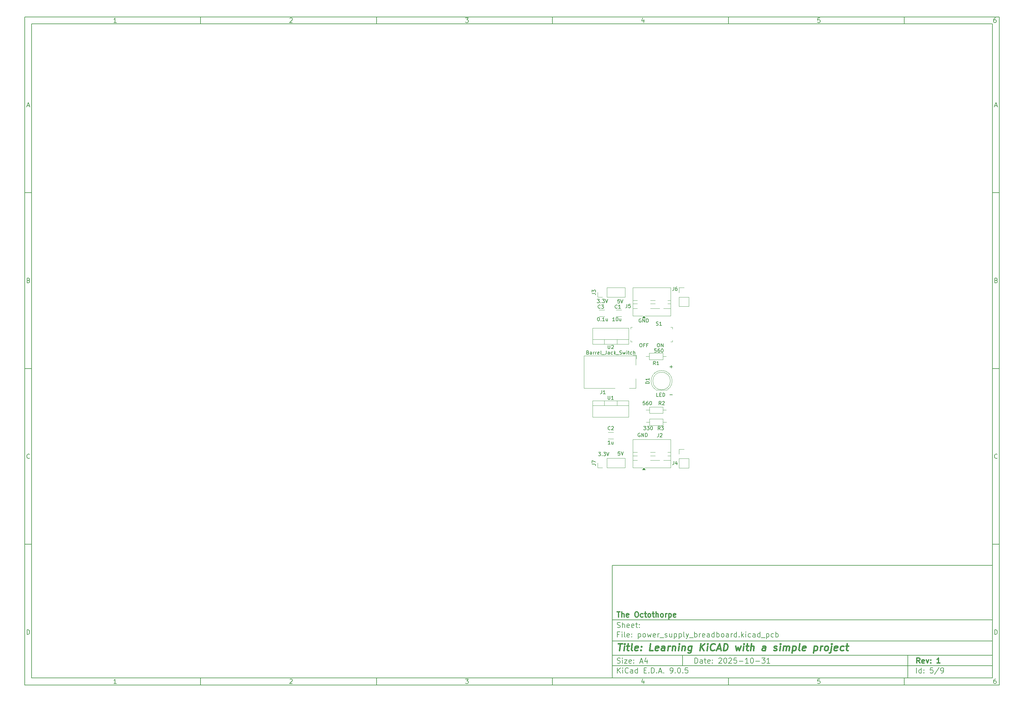
<source format=gto>
%TF.GenerationSoftware,KiCad,Pcbnew,9.0.5*%
%TF.CreationDate,2025-11-01T14:32:35+06:00*%
%TF.ProjectId,power_supply_breadboard,706f7765-725f-4737-9570-706c795f6272,1*%
%TF.SameCoordinates,Original*%
%TF.FileFunction,Legend,Top*%
%TF.FilePolarity,Positive*%
%FSLAX46Y46*%
G04 Gerber Fmt 4.6, Leading zero omitted, Abs format (unit mm)*
G04 Created by KiCad (PCBNEW 9.0.5) date 2025-11-01 14:32:35*
%MOMM*%
%LPD*%
G01*
G04 APERTURE LIST*
%ADD10C,0.100000*%
%ADD11C,0.150000*%
%ADD12C,0.300000*%
%ADD13C,0.400000*%
%ADD14C,0.120000*%
G04 APERTURE END LIST*
D10*
D11*
X177002200Y-166007200D02*
X285002200Y-166007200D01*
X285002200Y-198007200D01*
X177002200Y-198007200D01*
X177002200Y-166007200D01*
D10*
D11*
X10000000Y-10000000D02*
X287002200Y-10000000D01*
X287002200Y-200007200D01*
X10000000Y-200007200D01*
X10000000Y-10000000D01*
D10*
D11*
X12000000Y-12000000D02*
X285002200Y-12000000D01*
X285002200Y-198007200D01*
X12000000Y-198007200D01*
X12000000Y-12000000D01*
D10*
D11*
X60000000Y-12000000D02*
X60000000Y-10000000D01*
D10*
D11*
X110000000Y-12000000D02*
X110000000Y-10000000D01*
D10*
D11*
X160000000Y-12000000D02*
X160000000Y-10000000D01*
D10*
D11*
X210000000Y-12000000D02*
X210000000Y-10000000D01*
D10*
D11*
X260000000Y-12000000D02*
X260000000Y-10000000D01*
D10*
D11*
X36089160Y-11593604D02*
X35346303Y-11593604D01*
X35717731Y-11593604D02*
X35717731Y-10293604D01*
X35717731Y-10293604D02*
X35593922Y-10479319D01*
X35593922Y-10479319D02*
X35470112Y-10603128D01*
X35470112Y-10603128D02*
X35346303Y-10665033D01*
D10*
D11*
X85346303Y-10417414D02*
X85408207Y-10355509D01*
X85408207Y-10355509D02*
X85532017Y-10293604D01*
X85532017Y-10293604D02*
X85841541Y-10293604D01*
X85841541Y-10293604D02*
X85965350Y-10355509D01*
X85965350Y-10355509D02*
X86027255Y-10417414D01*
X86027255Y-10417414D02*
X86089160Y-10541223D01*
X86089160Y-10541223D02*
X86089160Y-10665033D01*
X86089160Y-10665033D02*
X86027255Y-10850747D01*
X86027255Y-10850747D02*
X85284398Y-11593604D01*
X85284398Y-11593604D02*
X86089160Y-11593604D01*
D10*
D11*
X135284398Y-10293604D02*
X136089160Y-10293604D01*
X136089160Y-10293604D02*
X135655826Y-10788842D01*
X135655826Y-10788842D02*
X135841541Y-10788842D01*
X135841541Y-10788842D02*
X135965350Y-10850747D01*
X135965350Y-10850747D02*
X136027255Y-10912652D01*
X136027255Y-10912652D02*
X136089160Y-11036461D01*
X136089160Y-11036461D02*
X136089160Y-11345985D01*
X136089160Y-11345985D02*
X136027255Y-11469795D01*
X136027255Y-11469795D02*
X135965350Y-11531700D01*
X135965350Y-11531700D02*
X135841541Y-11593604D01*
X135841541Y-11593604D02*
X135470112Y-11593604D01*
X135470112Y-11593604D02*
X135346303Y-11531700D01*
X135346303Y-11531700D02*
X135284398Y-11469795D01*
D10*
D11*
X185965350Y-10726938D02*
X185965350Y-11593604D01*
X185655826Y-10231700D02*
X185346303Y-11160271D01*
X185346303Y-11160271D02*
X186151064Y-11160271D01*
D10*
D11*
X236027255Y-10293604D02*
X235408207Y-10293604D01*
X235408207Y-10293604D02*
X235346303Y-10912652D01*
X235346303Y-10912652D02*
X235408207Y-10850747D01*
X235408207Y-10850747D02*
X235532017Y-10788842D01*
X235532017Y-10788842D02*
X235841541Y-10788842D01*
X235841541Y-10788842D02*
X235965350Y-10850747D01*
X235965350Y-10850747D02*
X236027255Y-10912652D01*
X236027255Y-10912652D02*
X236089160Y-11036461D01*
X236089160Y-11036461D02*
X236089160Y-11345985D01*
X236089160Y-11345985D02*
X236027255Y-11469795D01*
X236027255Y-11469795D02*
X235965350Y-11531700D01*
X235965350Y-11531700D02*
X235841541Y-11593604D01*
X235841541Y-11593604D02*
X235532017Y-11593604D01*
X235532017Y-11593604D02*
X235408207Y-11531700D01*
X235408207Y-11531700D02*
X235346303Y-11469795D01*
D10*
D11*
X285965350Y-10293604D02*
X285717731Y-10293604D01*
X285717731Y-10293604D02*
X285593922Y-10355509D01*
X285593922Y-10355509D02*
X285532017Y-10417414D01*
X285532017Y-10417414D02*
X285408207Y-10603128D01*
X285408207Y-10603128D02*
X285346303Y-10850747D01*
X285346303Y-10850747D02*
X285346303Y-11345985D01*
X285346303Y-11345985D02*
X285408207Y-11469795D01*
X285408207Y-11469795D02*
X285470112Y-11531700D01*
X285470112Y-11531700D02*
X285593922Y-11593604D01*
X285593922Y-11593604D02*
X285841541Y-11593604D01*
X285841541Y-11593604D02*
X285965350Y-11531700D01*
X285965350Y-11531700D02*
X286027255Y-11469795D01*
X286027255Y-11469795D02*
X286089160Y-11345985D01*
X286089160Y-11345985D02*
X286089160Y-11036461D01*
X286089160Y-11036461D02*
X286027255Y-10912652D01*
X286027255Y-10912652D02*
X285965350Y-10850747D01*
X285965350Y-10850747D02*
X285841541Y-10788842D01*
X285841541Y-10788842D02*
X285593922Y-10788842D01*
X285593922Y-10788842D02*
X285470112Y-10850747D01*
X285470112Y-10850747D02*
X285408207Y-10912652D01*
X285408207Y-10912652D02*
X285346303Y-11036461D01*
D10*
D11*
X60000000Y-198007200D02*
X60000000Y-200007200D01*
D10*
D11*
X110000000Y-198007200D02*
X110000000Y-200007200D01*
D10*
D11*
X160000000Y-198007200D02*
X160000000Y-200007200D01*
D10*
D11*
X210000000Y-198007200D02*
X210000000Y-200007200D01*
D10*
D11*
X260000000Y-198007200D02*
X260000000Y-200007200D01*
D10*
D11*
X36089160Y-199600804D02*
X35346303Y-199600804D01*
X35717731Y-199600804D02*
X35717731Y-198300804D01*
X35717731Y-198300804D02*
X35593922Y-198486519D01*
X35593922Y-198486519D02*
X35470112Y-198610328D01*
X35470112Y-198610328D02*
X35346303Y-198672233D01*
D10*
D11*
X85346303Y-198424614D02*
X85408207Y-198362709D01*
X85408207Y-198362709D02*
X85532017Y-198300804D01*
X85532017Y-198300804D02*
X85841541Y-198300804D01*
X85841541Y-198300804D02*
X85965350Y-198362709D01*
X85965350Y-198362709D02*
X86027255Y-198424614D01*
X86027255Y-198424614D02*
X86089160Y-198548423D01*
X86089160Y-198548423D02*
X86089160Y-198672233D01*
X86089160Y-198672233D02*
X86027255Y-198857947D01*
X86027255Y-198857947D02*
X85284398Y-199600804D01*
X85284398Y-199600804D02*
X86089160Y-199600804D01*
D10*
D11*
X135284398Y-198300804D02*
X136089160Y-198300804D01*
X136089160Y-198300804D02*
X135655826Y-198796042D01*
X135655826Y-198796042D02*
X135841541Y-198796042D01*
X135841541Y-198796042D02*
X135965350Y-198857947D01*
X135965350Y-198857947D02*
X136027255Y-198919852D01*
X136027255Y-198919852D02*
X136089160Y-199043661D01*
X136089160Y-199043661D02*
X136089160Y-199353185D01*
X136089160Y-199353185D02*
X136027255Y-199476995D01*
X136027255Y-199476995D02*
X135965350Y-199538900D01*
X135965350Y-199538900D02*
X135841541Y-199600804D01*
X135841541Y-199600804D02*
X135470112Y-199600804D01*
X135470112Y-199600804D02*
X135346303Y-199538900D01*
X135346303Y-199538900D02*
X135284398Y-199476995D01*
D10*
D11*
X185965350Y-198734138D02*
X185965350Y-199600804D01*
X185655826Y-198238900D02*
X185346303Y-199167471D01*
X185346303Y-199167471D02*
X186151064Y-199167471D01*
D10*
D11*
X236027255Y-198300804D02*
X235408207Y-198300804D01*
X235408207Y-198300804D02*
X235346303Y-198919852D01*
X235346303Y-198919852D02*
X235408207Y-198857947D01*
X235408207Y-198857947D02*
X235532017Y-198796042D01*
X235532017Y-198796042D02*
X235841541Y-198796042D01*
X235841541Y-198796042D02*
X235965350Y-198857947D01*
X235965350Y-198857947D02*
X236027255Y-198919852D01*
X236027255Y-198919852D02*
X236089160Y-199043661D01*
X236089160Y-199043661D02*
X236089160Y-199353185D01*
X236089160Y-199353185D02*
X236027255Y-199476995D01*
X236027255Y-199476995D02*
X235965350Y-199538900D01*
X235965350Y-199538900D02*
X235841541Y-199600804D01*
X235841541Y-199600804D02*
X235532017Y-199600804D01*
X235532017Y-199600804D02*
X235408207Y-199538900D01*
X235408207Y-199538900D02*
X235346303Y-199476995D01*
D10*
D11*
X285965350Y-198300804D02*
X285717731Y-198300804D01*
X285717731Y-198300804D02*
X285593922Y-198362709D01*
X285593922Y-198362709D02*
X285532017Y-198424614D01*
X285532017Y-198424614D02*
X285408207Y-198610328D01*
X285408207Y-198610328D02*
X285346303Y-198857947D01*
X285346303Y-198857947D02*
X285346303Y-199353185D01*
X285346303Y-199353185D02*
X285408207Y-199476995D01*
X285408207Y-199476995D02*
X285470112Y-199538900D01*
X285470112Y-199538900D02*
X285593922Y-199600804D01*
X285593922Y-199600804D02*
X285841541Y-199600804D01*
X285841541Y-199600804D02*
X285965350Y-199538900D01*
X285965350Y-199538900D02*
X286027255Y-199476995D01*
X286027255Y-199476995D02*
X286089160Y-199353185D01*
X286089160Y-199353185D02*
X286089160Y-199043661D01*
X286089160Y-199043661D02*
X286027255Y-198919852D01*
X286027255Y-198919852D02*
X285965350Y-198857947D01*
X285965350Y-198857947D02*
X285841541Y-198796042D01*
X285841541Y-198796042D02*
X285593922Y-198796042D01*
X285593922Y-198796042D02*
X285470112Y-198857947D01*
X285470112Y-198857947D02*
X285408207Y-198919852D01*
X285408207Y-198919852D02*
X285346303Y-199043661D01*
D10*
D11*
X10000000Y-60000000D02*
X12000000Y-60000000D01*
D10*
D11*
X10000000Y-110000000D02*
X12000000Y-110000000D01*
D10*
D11*
X10000000Y-160000000D02*
X12000000Y-160000000D01*
D10*
D11*
X10690476Y-35222176D02*
X11309523Y-35222176D01*
X10566666Y-35593604D02*
X10999999Y-34293604D01*
X10999999Y-34293604D02*
X11433333Y-35593604D01*
D10*
D11*
X11092857Y-84912652D02*
X11278571Y-84974557D01*
X11278571Y-84974557D02*
X11340476Y-85036461D01*
X11340476Y-85036461D02*
X11402380Y-85160271D01*
X11402380Y-85160271D02*
X11402380Y-85345985D01*
X11402380Y-85345985D02*
X11340476Y-85469795D01*
X11340476Y-85469795D02*
X11278571Y-85531700D01*
X11278571Y-85531700D02*
X11154761Y-85593604D01*
X11154761Y-85593604D02*
X10659523Y-85593604D01*
X10659523Y-85593604D02*
X10659523Y-84293604D01*
X10659523Y-84293604D02*
X11092857Y-84293604D01*
X11092857Y-84293604D02*
X11216666Y-84355509D01*
X11216666Y-84355509D02*
X11278571Y-84417414D01*
X11278571Y-84417414D02*
X11340476Y-84541223D01*
X11340476Y-84541223D02*
X11340476Y-84665033D01*
X11340476Y-84665033D02*
X11278571Y-84788842D01*
X11278571Y-84788842D02*
X11216666Y-84850747D01*
X11216666Y-84850747D02*
X11092857Y-84912652D01*
X11092857Y-84912652D02*
X10659523Y-84912652D01*
D10*
D11*
X11402380Y-135469795D02*
X11340476Y-135531700D01*
X11340476Y-135531700D02*
X11154761Y-135593604D01*
X11154761Y-135593604D02*
X11030952Y-135593604D01*
X11030952Y-135593604D02*
X10845238Y-135531700D01*
X10845238Y-135531700D02*
X10721428Y-135407890D01*
X10721428Y-135407890D02*
X10659523Y-135284080D01*
X10659523Y-135284080D02*
X10597619Y-135036461D01*
X10597619Y-135036461D02*
X10597619Y-134850747D01*
X10597619Y-134850747D02*
X10659523Y-134603128D01*
X10659523Y-134603128D02*
X10721428Y-134479319D01*
X10721428Y-134479319D02*
X10845238Y-134355509D01*
X10845238Y-134355509D02*
X11030952Y-134293604D01*
X11030952Y-134293604D02*
X11154761Y-134293604D01*
X11154761Y-134293604D02*
X11340476Y-134355509D01*
X11340476Y-134355509D02*
X11402380Y-134417414D01*
D10*
D11*
X10659523Y-185593604D02*
X10659523Y-184293604D01*
X10659523Y-184293604D02*
X10969047Y-184293604D01*
X10969047Y-184293604D02*
X11154761Y-184355509D01*
X11154761Y-184355509D02*
X11278571Y-184479319D01*
X11278571Y-184479319D02*
X11340476Y-184603128D01*
X11340476Y-184603128D02*
X11402380Y-184850747D01*
X11402380Y-184850747D02*
X11402380Y-185036461D01*
X11402380Y-185036461D02*
X11340476Y-185284080D01*
X11340476Y-185284080D02*
X11278571Y-185407890D01*
X11278571Y-185407890D02*
X11154761Y-185531700D01*
X11154761Y-185531700D02*
X10969047Y-185593604D01*
X10969047Y-185593604D02*
X10659523Y-185593604D01*
D10*
D11*
X287002200Y-60000000D02*
X285002200Y-60000000D01*
D10*
D11*
X287002200Y-110000000D02*
X285002200Y-110000000D01*
D10*
D11*
X287002200Y-160000000D02*
X285002200Y-160000000D01*
D10*
D11*
X285692676Y-35222176D02*
X286311723Y-35222176D01*
X285568866Y-35593604D02*
X286002199Y-34293604D01*
X286002199Y-34293604D02*
X286435533Y-35593604D01*
D10*
D11*
X286095057Y-84912652D02*
X286280771Y-84974557D01*
X286280771Y-84974557D02*
X286342676Y-85036461D01*
X286342676Y-85036461D02*
X286404580Y-85160271D01*
X286404580Y-85160271D02*
X286404580Y-85345985D01*
X286404580Y-85345985D02*
X286342676Y-85469795D01*
X286342676Y-85469795D02*
X286280771Y-85531700D01*
X286280771Y-85531700D02*
X286156961Y-85593604D01*
X286156961Y-85593604D02*
X285661723Y-85593604D01*
X285661723Y-85593604D02*
X285661723Y-84293604D01*
X285661723Y-84293604D02*
X286095057Y-84293604D01*
X286095057Y-84293604D02*
X286218866Y-84355509D01*
X286218866Y-84355509D02*
X286280771Y-84417414D01*
X286280771Y-84417414D02*
X286342676Y-84541223D01*
X286342676Y-84541223D02*
X286342676Y-84665033D01*
X286342676Y-84665033D02*
X286280771Y-84788842D01*
X286280771Y-84788842D02*
X286218866Y-84850747D01*
X286218866Y-84850747D02*
X286095057Y-84912652D01*
X286095057Y-84912652D02*
X285661723Y-84912652D01*
D10*
D11*
X286404580Y-135469795D02*
X286342676Y-135531700D01*
X286342676Y-135531700D02*
X286156961Y-135593604D01*
X286156961Y-135593604D02*
X286033152Y-135593604D01*
X286033152Y-135593604D02*
X285847438Y-135531700D01*
X285847438Y-135531700D02*
X285723628Y-135407890D01*
X285723628Y-135407890D02*
X285661723Y-135284080D01*
X285661723Y-135284080D02*
X285599819Y-135036461D01*
X285599819Y-135036461D02*
X285599819Y-134850747D01*
X285599819Y-134850747D02*
X285661723Y-134603128D01*
X285661723Y-134603128D02*
X285723628Y-134479319D01*
X285723628Y-134479319D02*
X285847438Y-134355509D01*
X285847438Y-134355509D02*
X286033152Y-134293604D01*
X286033152Y-134293604D02*
X286156961Y-134293604D01*
X286156961Y-134293604D02*
X286342676Y-134355509D01*
X286342676Y-134355509D02*
X286404580Y-134417414D01*
D10*
D11*
X285661723Y-185593604D02*
X285661723Y-184293604D01*
X285661723Y-184293604D02*
X285971247Y-184293604D01*
X285971247Y-184293604D02*
X286156961Y-184355509D01*
X286156961Y-184355509D02*
X286280771Y-184479319D01*
X286280771Y-184479319D02*
X286342676Y-184603128D01*
X286342676Y-184603128D02*
X286404580Y-184850747D01*
X286404580Y-184850747D02*
X286404580Y-185036461D01*
X286404580Y-185036461D02*
X286342676Y-185284080D01*
X286342676Y-185284080D02*
X286280771Y-185407890D01*
X286280771Y-185407890D02*
X286156961Y-185531700D01*
X286156961Y-185531700D02*
X285971247Y-185593604D01*
X285971247Y-185593604D02*
X285661723Y-185593604D01*
D10*
D11*
X200458026Y-193793328D02*
X200458026Y-192293328D01*
X200458026Y-192293328D02*
X200815169Y-192293328D01*
X200815169Y-192293328D02*
X201029455Y-192364757D01*
X201029455Y-192364757D02*
X201172312Y-192507614D01*
X201172312Y-192507614D02*
X201243741Y-192650471D01*
X201243741Y-192650471D02*
X201315169Y-192936185D01*
X201315169Y-192936185D02*
X201315169Y-193150471D01*
X201315169Y-193150471D02*
X201243741Y-193436185D01*
X201243741Y-193436185D02*
X201172312Y-193579042D01*
X201172312Y-193579042D02*
X201029455Y-193721900D01*
X201029455Y-193721900D02*
X200815169Y-193793328D01*
X200815169Y-193793328D02*
X200458026Y-193793328D01*
X202600884Y-193793328D02*
X202600884Y-193007614D01*
X202600884Y-193007614D02*
X202529455Y-192864757D01*
X202529455Y-192864757D02*
X202386598Y-192793328D01*
X202386598Y-192793328D02*
X202100884Y-192793328D01*
X202100884Y-192793328D02*
X201958026Y-192864757D01*
X202600884Y-193721900D02*
X202458026Y-193793328D01*
X202458026Y-193793328D02*
X202100884Y-193793328D01*
X202100884Y-193793328D02*
X201958026Y-193721900D01*
X201958026Y-193721900D02*
X201886598Y-193579042D01*
X201886598Y-193579042D02*
X201886598Y-193436185D01*
X201886598Y-193436185D02*
X201958026Y-193293328D01*
X201958026Y-193293328D02*
X202100884Y-193221900D01*
X202100884Y-193221900D02*
X202458026Y-193221900D01*
X202458026Y-193221900D02*
X202600884Y-193150471D01*
X203100884Y-192793328D02*
X203672312Y-192793328D01*
X203315169Y-192293328D02*
X203315169Y-193579042D01*
X203315169Y-193579042D02*
X203386598Y-193721900D01*
X203386598Y-193721900D02*
X203529455Y-193793328D01*
X203529455Y-193793328D02*
X203672312Y-193793328D01*
X204743741Y-193721900D02*
X204600884Y-193793328D01*
X204600884Y-193793328D02*
X204315170Y-193793328D01*
X204315170Y-193793328D02*
X204172312Y-193721900D01*
X204172312Y-193721900D02*
X204100884Y-193579042D01*
X204100884Y-193579042D02*
X204100884Y-193007614D01*
X204100884Y-193007614D02*
X204172312Y-192864757D01*
X204172312Y-192864757D02*
X204315170Y-192793328D01*
X204315170Y-192793328D02*
X204600884Y-192793328D01*
X204600884Y-192793328D02*
X204743741Y-192864757D01*
X204743741Y-192864757D02*
X204815170Y-193007614D01*
X204815170Y-193007614D02*
X204815170Y-193150471D01*
X204815170Y-193150471D02*
X204100884Y-193293328D01*
X205458026Y-193650471D02*
X205529455Y-193721900D01*
X205529455Y-193721900D02*
X205458026Y-193793328D01*
X205458026Y-193793328D02*
X205386598Y-193721900D01*
X205386598Y-193721900D02*
X205458026Y-193650471D01*
X205458026Y-193650471D02*
X205458026Y-193793328D01*
X205458026Y-192864757D02*
X205529455Y-192936185D01*
X205529455Y-192936185D02*
X205458026Y-193007614D01*
X205458026Y-193007614D02*
X205386598Y-192936185D01*
X205386598Y-192936185D02*
X205458026Y-192864757D01*
X205458026Y-192864757D02*
X205458026Y-193007614D01*
X207243741Y-192436185D02*
X207315169Y-192364757D01*
X207315169Y-192364757D02*
X207458027Y-192293328D01*
X207458027Y-192293328D02*
X207815169Y-192293328D01*
X207815169Y-192293328D02*
X207958027Y-192364757D01*
X207958027Y-192364757D02*
X208029455Y-192436185D01*
X208029455Y-192436185D02*
X208100884Y-192579042D01*
X208100884Y-192579042D02*
X208100884Y-192721900D01*
X208100884Y-192721900D02*
X208029455Y-192936185D01*
X208029455Y-192936185D02*
X207172312Y-193793328D01*
X207172312Y-193793328D02*
X208100884Y-193793328D01*
X209029455Y-192293328D02*
X209172312Y-192293328D01*
X209172312Y-192293328D02*
X209315169Y-192364757D01*
X209315169Y-192364757D02*
X209386598Y-192436185D01*
X209386598Y-192436185D02*
X209458026Y-192579042D01*
X209458026Y-192579042D02*
X209529455Y-192864757D01*
X209529455Y-192864757D02*
X209529455Y-193221900D01*
X209529455Y-193221900D02*
X209458026Y-193507614D01*
X209458026Y-193507614D02*
X209386598Y-193650471D01*
X209386598Y-193650471D02*
X209315169Y-193721900D01*
X209315169Y-193721900D02*
X209172312Y-193793328D01*
X209172312Y-193793328D02*
X209029455Y-193793328D01*
X209029455Y-193793328D02*
X208886598Y-193721900D01*
X208886598Y-193721900D02*
X208815169Y-193650471D01*
X208815169Y-193650471D02*
X208743740Y-193507614D01*
X208743740Y-193507614D02*
X208672312Y-193221900D01*
X208672312Y-193221900D02*
X208672312Y-192864757D01*
X208672312Y-192864757D02*
X208743740Y-192579042D01*
X208743740Y-192579042D02*
X208815169Y-192436185D01*
X208815169Y-192436185D02*
X208886598Y-192364757D01*
X208886598Y-192364757D02*
X209029455Y-192293328D01*
X210100883Y-192436185D02*
X210172311Y-192364757D01*
X210172311Y-192364757D02*
X210315169Y-192293328D01*
X210315169Y-192293328D02*
X210672311Y-192293328D01*
X210672311Y-192293328D02*
X210815169Y-192364757D01*
X210815169Y-192364757D02*
X210886597Y-192436185D01*
X210886597Y-192436185D02*
X210958026Y-192579042D01*
X210958026Y-192579042D02*
X210958026Y-192721900D01*
X210958026Y-192721900D02*
X210886597Y-192936185D01*
X210886597Y-192936185D02*
X210029454Y-193793328D01*
X210029454Y-193793328D02*
X210958026Y-193793328D01*
X212315168Y-192293328D02*
X211600882Y-192293328D01*
X211600882Y-192293328D02*
X211529454Y-193007614D01*
X211529454Y-193007614D02*
X211600882Y-192936185D01*
X211600882Y-192936185D02*
X211743740Y-192864757D01*
X211743740Y-192864757D02*
X212100882Y-192864757D01*
X212100882Y-192864757D02*
X212243740Y-192936185D01*
X212243740Y-192936185D02*
X212315168Y-193007614D01*
X212315168Y-193007614D02*
X212386597Y-193150471D01*
X212386597Y-193150471D02*
X212386597Y-193507614D01*
X212386597Y-193507614D02*
X212315168Y-193650471D01*
X212315168Y-193650471D02*
X212243740Y-193721900D01*
X212243740Y-193721900D02*
X212100882Y-193793328D01*
X212100882Y-193793328D02*
X211743740Y-193793328D01*
X211743740Y-193793328D02*
X211600882Y-193721900D01*
X211600882Y-193721900D02*
X211529454Y-193650471D01*
X213029453Y-193221900D02*
X214172311Y-193221900D01*
X215672311Y-193793328D02*
X214815168Y-193793328D01*
X215243739Y-193793328D02*
X215243739Y-192293328D01*
X215243739Y-192293328D02*
X215100882Y-192507614D01*
X215100882Y-192507614D02*
X214958025Y-192650471D01*
X214958025Y-192650471D02*
X214815168Y-192721900D01*
X216600882Y-192293328D02*
X216743739Y-192293328D01*
X216743739Y-192293328D02*
X216886596Y-192364757D01*
X216886596Y-192364757D02*
X216958025Y-192436185D01*
X216958025Y-192436185D02*
X217029453Y-192579042D01*
X217029453Y-192579042D02*
X217100882Y-192864757D01*
X217100882Y-192864757D02*
X217100882Y-193221900D01*
X217100882Y-193221900D02*
X217029453Y-193507614D01*
X217029453Y-193507614D02*
X216958025Y-193650471D01*
X216958025Y-193650471D02*
X216886596Y-193721900D01*
X216886596Y-193721900D02*
X216743739Y-193793328D01*
X216743739Y-193793328D02*
X216600882Y-193793328D01*
X216600882Y-193793328D02*
X216458025Y-193721900D01*
X216458025Y-193721900D02*
X216386596Y-193650471D01*
X216386596Y-193650471D02*
X216315167Y-193507614D01*
X216315167Y-193507614D02*
X216243739Y-193221900D01*
X216243739Y-193221900D02*
X216243739Y-192864757D01*
X216243739Y-192864757D02*
X216315167Y-192579042D01*
X216315167Y-192579042D02*
X216386596Y-192436185D01*
X216386596Y-192436185D02*
X216458025Y-192364757D01*
X216458025Y-192364757D02*
X216600882Y-192293328D01*
X217743738Y-193221900D02*
X218886596Y-193221900D01*
X219458024Y-192293328D02*
X220386596Y-192293328D01*
X220386596Y-192293328D02*
X219886596Y-192864757D01*
X219886596Y-192864757D02*
X220100881Y-192864757D01*
X220100881Y-192864757D02*
X220243739Y-192936185D01*
X220243739Y-192936185D02*
X220315167Y-193007614D01*
X220315167Y-193007614D02*
X220386596Y-193150471D01*
X220386596Y-193150471D02*
X220386596Y-193507614D01*
X220386596Y-193507614D02*
X220315167Y-193650471D01*
X220315167Y-193650471D02*
X220243739Y-193721900D01*
X220243739Y-193721900D02*
X220100881Y-193793328D01*
X220100881Y-193793328D02*
X219672310Y-193793328D01*
X219672310Y-193793328D02*
X219529453Y-193721900D01*
X219529453Y-193721900D02*
X219458024Y-193650471D01*
X221815167Y-193793328D02*
X220958024Y-193793328D01*
X221386595Y-193793328D02*
X221386595Y-192293328D01*
X221386595Y-192293328D02*
X221243738Y-192507614D01*
X221243738Y-192507614D02*
X221100881Y-192650471D01*
X221100881Y-192650471D02*
X220958024Y-192721900D01*
D10*
D11*
X177002200Y-194507200D02*
X285002200Y-194507200D01*
D10*
D11*
X178458026Y-196593328D02*
X178458026Y-195093328D01*
X179315169Y-196593328D02*
X178672312Y-195736185D01*
X179315169Y-195093328D02*
X178458026Y-195950471D01*
X179958026Y-196593328D02*
X179958026Y-195593328D01*
X179958026Y-195093328D02*
X179886598Y-195164757D01*
X179886598Y-195164757D02*
X179958026Y-195236185D01*
X179958026Y-195236185D02*
X180029455Y-195164757D01*
X180029455Y-195164757D02*
X179958026Y-195093328D01*
X179958026Y-195093328D02*
X179958026Y-195236185D01*
X181529455Y-196450471D02*
X181458027Y-196521900D01*
X181458027Y-196521900D02*
X181243741Y-196593328D01*
X181243741Y-196593328D02*
X181100884Y-196593328D01*
X181100884Y-196593328D02*
X180886598Y-196521900D01*
X180886598Y-196521900D02*
X180743741Y-196379042D01*
X180743741Y-196379042D02*
X180672312Y-196236185D01*
X180672312Y-196236185D02*
X180600884Y-195950471D01*
X180600884Y-195950471D02*
X180600884Y-195736185D01*
X180600884Y-195736185D02*
X180672312Y-195450471D01*
X180672312Y-195450471D02*
X180743741Y-195307614D01*
X180743741Y-195307614D02*
X180886598Y-195164757D01*
X180886598Y-195164757D02*
X181100884Y-195093328D01*
X181100884Y-195093328D02*
X181243741Y-195093328D01*
X181243741Y-195093328D02*
X181458027Y-195164757D01*
X181458027Y-195164757D02*
X181529455Y-195236185D01*
X182815170Y-196593328D02*
X182815170Y-195807614D01*
X182815170Y-195807614D02*
X182743741Y-195664757D01*
X182743741Y-195664757D02*
X182600884Y-195593328D01*
X182600884Y-195593328D02*
X182315170Y-195593328D01*
X182315170Y-195593328D02*
X182172312Y-195664757D01*
X182815170Y-196521900D02*
X182672312Y-196593328D01*
X182672312Y-196593328D02*
X182315170Y-196593328D01*
X182315170Y-196593328D02*
X182172312Y-196521900D01*
X182172312Y-196521900D02*
X182100884Y-196379042D01*
X182100884Y-196379042D02*
X182100884Y-196236185D01*
X182100884Y-196236185D02*
X182172312Y-196093328D01*
X182172312Y-196093328D02*
X182315170Y-196021900D01*
X182315170Y-196021900D02*
X182672312Y-196021900D01*
X182672312Y-196021900D02*
X182815170Y-195950471D01*
X184172313Y-196593328D02*
X184172313Y-195093328D01*
X184172313Y-196521900D02*
X184029455Y-196593328D01*
X184029455Y-196593328D02*
X183743741Y-196593328D01*
X183743741Y-196593328D02*
X183600884Y-196521900D01*
X183600884Y-196521900D02*
X183529455Y-196450471D01*
X183529455Y-196450471D02*
X183458027Y-196307614D01*
X183458027Y-196307614D02*
X183458027Y-195879042D01*
X183458027Y-195879042D02*
X183529455Y-195736185D01*
X183529455Y-195736185D02*
X183600884Y-195664757D01*
X183600884Y-195664757D02*
X183743741Y-195593328D01*
X183743741Y-195593328D02*
X184029455Y-195593328D01*
X184029455Y-195593328D02*
X184172313Y-195664757D01*
X186029455Y-195807614D02*
X186529455Y-195807614D01*
X186743741Y-196593328D02*
X186029455Y-196593328D01*
X186029455Y-196593328D02*
X186029455Y-195093328D01*
X186029455Y-195093328D02*
X186743741Y-195093328D01*
X187386598Y-196450471D02*
X187458027Y-196521900D01*
X187458027Y-196521900D02*
X187386598Y-196593328D01*
X187386598Y-196593328D02*
X187315170Y-196521900D01*
X187315170Y-196521900D02*
X187386598Y-196450471D01*
X187386598Y-196450471D02*
X187386598Y-196593328D01*
X188100884Y-196593328D02*
X188100884Y-195093328D01*
X188100884Y-195093328D02*
X188458027Y-195093328D01*
X188458027Y-195093328D02*
X188672313Y-195164757D01*
X188672313Y-195164757D02*
X188815170Y-195307614D01*
X188815170Y-195307614D02*
X188886599Y-195450471D01*
X188886599Y-195450471D02*
X188958027Y-195736185D01*
X188958027Y-195736185D02*
X188958027Y-195950471D01*
X188958027Y-195950471D02*
X188886599Y-196236185D01*
X188886599Y-196236185D02*
X188815170Y-196379042D01*
X188815170Y-196379042D02*
X188672313Y-196521900D01*
X188672313Y-196521900D02*
X188458027Y-196593328D01*
X188458027Y-196593328D02*
X188100884Y-196593328D01*
X189600884Y-196450471D02*
X189672313Y-196521900D01*
X189672313Y-196521900D02*
X189600884Y-196593328D01*
X189600884Y-196593328D02*
X189529456Y-196521900D01*
X189529456Y-196521900D02*
X189600884Y-196450471D01*
X189600884Y-196450471D02*
X189600884Y-196593328D01*
X190243742Y-196164757D02*
X190958028Y-196164757D01*
X190100885Y-196593328D02*
X190600885Y-195093328D01*
X190600885Y-195093328D02*
X191100885Y-196593328D01*
X191600884Y-196450471D02*
X191672313Y-196521900D01*
X191672313Y-196521900D02*
X191600884Y-196593328D01*
X191600884Y-196593328D02*
X191529456Y-196521900D01*
X191529456Y-196521900D02*
X191600884Y-196450471D01*
X191600884Y-196450471D02*
X191600884Y-196593328D01*
X193529456Y-196593328D02*
X193815170Y-196593328D01*
X193815170Y-196593328D02*
X193958027Y-196521900D01*
X193958027Y-196521900D02*
X194029456Y-196450471D01*
X194029456Y-196450471D02*
X194172313Y-196236185D01*
X194172313Y-196236185D02*
X194243742Y-195950471D01*
X194243742Y-195950471D02*
X194243742Y-195379042D01*
X194243742Y-195379042D02*
X194172313Y-195236185D01*
X194172313Y-195236185D02*
X194100885Y-195164757D01*
X194100885Y-195164757D02*
X193958027Y-195093328D01*
X193958027Y-195093328D02*
X193672313Y-195093328D01*
X193672313Y-195093328D02*
X193529456Y-195164757D01*
X193529456Y-195164757D02*
X193458027Y-195236185D01*
X193458027Y-195236185D02*
X193386599Y-195379042D01*
X193386599Y-195379042D02*
X193386599Y-195736185D01*
X193386599Y-195736185D02*
X193458027Y-195879042D01*
X193458027Y-195879042D02*
X193529456Y-195950471D01*
X193529456Y-195950471D02*
X193672313Y-196021900D01*
X193672313Y-196021900D02*
X193958027Y-196021900D01*
X193958027Y-196021900D02*
X194100885Y-195950471D01*
X194100885Y-195950471D02*
X194172313Y-195879042D01*
X194172313Y-195879042D02*
X194243742Y-195736185D01*
X194886598Y-196450471D02*
X194958027Y-196521900D01*
X194958027Y-196521900D02*
X194886598Y-196593328D01*
X194886598Y-196593328D02*
X194815170Y-196521900D01*
X194815170Y-196521900D02*
X194886598Y-196450471D01*
X194886598Y-196450471D02*
X194886598Y-196593328D01*
X195886599Y-195093328D02*
X196029456Y-195093328D01*
X196029456Y-195093328D02*
X196172313Y-195164757D01*
X196172313Y-195164757D02*
X196243742Y-195236185D01*
X196243742Y-195236185D02*
X196315170Y-195379042D01*
X196315170Y-195379042D02*
X196386599Y-195664757D01*
X196386599Y-195664757D02*
X196386599Y-196021900D01*
X196386599Y-196021900D02*
X196315170Y-196307614D01*
X196315170Y-196307614D02*
X196243742Y-196450471D01*
X196243742Y-196450471D02*
X196172313Y-196521900D01*
X196172313Y-196521900D02*
X196029456Y-196593328D01*
X196029456Y-196593328D02*
X195886599Y-196593328D01*
X195886599Y-196593328D02*
X195743742Y-196521900D01*
X195743742Y-196521900D02*
X195672313Y-196450471D01*
X195672313Y-196450471D02*
X195600884Y-196307614D01*
X195600884Y-196307614D02*
X195529456Y-196021900D01*
X195529456Y-196021900D02*
X195529456Y-195664757D01*
X195529456Y-195664757D02*
X195600884Y-195379042D01*
X195600884Y-195379042D02*
X195672313Y-195236185D01*
X195672313Y-195236185D02*
X195743742Y-195164757D01*
X195743742Y-195164757D02*
X195886599Y-195093328D01*
X197029455Y-196450471D02*
X197100884Y-196521900D01*
X197100884Y-196521900D02*
X197029455Y-196593328D01*
X197029455Y-196593328D02*
X196958027Y-196521900D01*
X196958027Y-196521900D02*
X197029455Y-196450471D01*
X197029455Y-196450471D02*
X197029455Y-196593328D01*
X198458027Y-195093328D02*
X197743741Y-195093328D01*
X197743741Y-195093328D02*
X197672313Y-195807614D01*
X197672313Y-195807614D02*
X197743741Y-195736185D01*
X197743741Y-195736185D02*
X197886599Y-195664757D01*
X197886599Y-195664757D02*
X198243741Y-195664757D01*
X198243741Y-195664757D02*
X198386599Y-195736185D01*
X198386599Y-195736185D02*
X198458027Y-195807614D01*
X198458027Y-195807614D02*
X198529456Y-195950471D01*
X198529456Y-195950471D02*
X198529456Y-196307614D01*
X198529456Y-196307614D02*
X198458027Y-196450471D01*
X198458027Y-196450471D02*
X198386599Y-196521900D01*
X198386599Y-196521900D02*
X198243741Y-196593328D01*
X198243741Y-196593328D02*
X197886599Y-196593328D01*
X197886599Y-196593328D02*
X197743741Y-196521900D01*
X197743741Y-196521900D02*
X197672313Y-196450471D01*
D10*
D11*
X177002200Y-191507200D02*
X285002200Y-191507200D01*
D10*
D12*
X264413853Y-193785528D02*
X263913853Y-193071242D01*
X263556710Y-193785528D02*
X263556710Y-192285528D01*
X263556710Y-192285528D02*
X264128139Y-192285528D01*
X264128139Y-192285528D02*
X264270996Y-192356957D01*
X264270996Y-192356957D02*
X264342425Y-192428385D01*
X264342425Y-192428385D02*
X264413853Y-192571242D01*
X264413853Y-192571242D02*
X264413853Y-192785528D01*
X264413853Y-192785528D02*
X264342425Y-192928385D01*
X264342425Y-192928385D02*
X264270996Y-192999814D01*
X264270996Y-192999814D02*
X264128139Y-193071242D01*
X264128139Y-193071242D02*
X263556710Y-193071242D01*
X265628139Y-193714100D02*
X265485282Y-193785528D01*
X265485282Y-193785528D02*
X265199568Y-193785528D01*
X265199568Y-193785528D02*
X265056710Y-193714100D01*
X265056710Y-193714100D02*
X264985282Y-193571242D01*
X264985282Y-193571242D02*
X264985282Y-192999814D01*
X264985282Y-192999814D02*
X265056710Y-192856957D01*
X265056710Y-192856957D02*
X265199568Y-192785528D01*
X265199568Y-192785528D02*
X265485282Y-192785528D01*
X265485282Y-192785528D02*
X265628139Y-192856957D01*
X265628139Y-192856957D02*
X265699568Y-192999814D01*
X265699568Y-192999814D02*
X265699568Y-193142671D01*
X265699568Y-193142671D02*
X264985282Y-193285528D01*
X266199567Y-192785528D02*
X266556710Y-193785528D01*
X266556710Y-193785528D02*
X266913853Y-192785528D01*
X267485281Y-193642671D02*
X267556710Y-193714100D01*
X267556710Y-193714100D02*
X267485281Y-193785528D01*
X267485281Y-193785528D02*
X267413853Y-193714100D01*
X267413853Y-193714100D02*
X267485281Y-193642671D01*
X267485281Y-193642671D02*
X267485281Y-193785528D01*
X267485281Y-192856957D02*
X267556710Y-192928385D01*
X267556710Y-192928385D02*
X267485281Y-192999814D01*
X267485281Y-192999814D02*
X267413853Y-192928385D01*
X267413853Y-192928385D02*
X267485281Y-192856957D01*
X267485281Y-192856957D02*
X267485281Y-192999814D01*
X270128139Y-193785528D02*
X269270996Y-193785528D01*
X269699567Y-193785528D02*
X269699567Y-192285528D01*
X269699567Y-192285528D02*
X269556710Y-192499814D01*
X269556710Y-192499814D02*
X269413853Y-192642671D01*
X269413853Y-192642671D02*
X269270996Y-192714100D01*
D10*
D11*
X178386598Y-193721900D02*
X178600884Y-193793328D01*
X178600884Y-193793328D02*
X178958026Y-193793328D01*
X178958026Y-193793328D02*
X179100884Y-193721900D01*
X179100884Y-193721900D02*
X179172312Y-193650471D01*
X179172312Y-193650471D02*
X179243741Y-193507614D01*
X179243741Y-193507614D02*
X179243741Y-193364757D01*
X179243741Y-193364757D02*
X179172312Y-193221900D01*
X179172312Y-193221900D02*
X179100884Y-193150471D01*
X179100884Y-193150471D02*
X178958026Y-193079042D01*
X178958026Y-193079042D02*
X178672312Y-193007614D01*
X178672312Y-193007614D02*
X178529455Y-192936185D01*
X178529455Y-192936185D02*
X178458026Y-192864757D01*
X178458026Y-192864757D02*
X178386598Y-192721900D01*
X178386598Y-192721900D02*
X178386598Y-192579042D01*
X178386598Y-192579042D02*
X178458026Y-192436185D01*
X178458026Y-192436185D02*
X178529455Y-192364757D01*
X178529455Y-192364757D02*
X178672312Y-192293328D01*
X178672312Y-192293328D02*
X179029455Y-192293328D01*
X179029455Y-192293328D02*
X179243741Y-192364757D01*
X179886597Y-193793328D02*
X179886597Y-192793328D01*
X179886597Y-192293328D02*
X179815169Y-192364757D01*
X179815169Y-192364757D02*
X179886597Y-192436185D01*
X179886597Y-192436185D02*
X179958026Y-192364757D01*
X179958026Y-192364757D02*
X179886597Y-192293328D01*
X179886597Y-192293328D02*
X179886597Y-192436185D01*
X180458026Y-192793328D02*
X181243741Y-192793328D01*
X181243741Y-192793328D02*
X180458026Y-193793328D01*
X180458026Y-193793328D02*
X181243741Y-193793328D01*
X182386598Y-193721900D02*
X182243741Y-193793328D01*
X182243741Y-193793328D02*
X181958027Y-193793328D01*
X181958027Y-193793328D02*
X181815169Y-193721900D01*
X181815169Y-193721900D02*
X181743741Y-193579042D01*
X181743741Y-193579042D02*
X181743741Y-193007614D01*
X181743741Y-193007614D02*
X181815169Y-192864757D01*
X181815169Y-192864757D02*
X181958027Y-192793328D01*
X181958027Y-192793328D02*
X182243741Y-192793328D01*
X182243741Y-192793328D02*
X182386598Y-192864757D01*
X182386598Y-192864757D02*
X182458027Y-193007614D01*
X182458027Y-193007614D02*
X182458027Y-193150471D01*
X182458027Y-193150471D02*
X181743741Y-193293328D01*
X183100883Y-193650471D02*
X183172312Y-193721900D01*
X183172312Y-193721900D02*
X183100883Y-193793328D01*
X183100883Y-193793328D02*
X183029455Y-193721900D01*
X183029455Y-193721900D02*
X183100883Y-193650471D01*
X183100883Y-193650471D02*
X183100883Y-193793328D01*
X183100883Y-192864757D02*
X183172312Y-192936185D01*
X183172312Y-192936185D02*
X183100883Y-193007614D01*
X183100883Y-193007614D02*
X183029455Y-192936185D01*
X183029455Y-192936185D02*
X183100883Y-192864757D01*
X183100883Y-192864757D02*
X183100883Y-193007614D01*
X184886598Y-193364757D02*
X185600884Y-193364757D01*
X184743741Y-193793328D02*
X185243741Y-192293328D01*
X185243741Y-192293328D02*
X185743741Y-193793328D01*
X186886598Y-192793328D02*
X186886598Y-193793328D01*
X186529455Y-192221900D02*
X186172312Y-193293328D01*
X186172312Y-193293328D02*
X187100883Y-193293328D01*
D10*
D11*
X263458026Y-196593328D02*
X263458026Y-195093328D01*
X264815170Y-196593328D02*
X264815170Y-195093328D01*
X264815170Y-196521900D02*
X264672312Y-196593328D01*
X264672312Y-196593328D02*
X264386598Y-196593328D01*
X264386598Y-196593328D02*
X264243741Y-196521900D01*
X264243741Y-196521900D02*
X264172312Y-196450471D01*
X264172312Y-196450471D02*
X264100884Y-196307614D01*
X264100884Y-196307614D02*
X264100884Y-195879042D01*
X264100884Y-195879042D02*
X264172312Y-195736185D01*
X264172312Y-195736185D02*
X264243741Y-195664757D01*
X264243741Y-195664757D02*
X264386598Y-195593328D01*
X264386598Y-195593328D02*
X264672312Y-195593328D01*
X264672312Y-195593328D02*
X264815170Y-195664757D01*
X265529455Y-196450471D02*
X265600884Y-196521900D01*
X265600884Y-196521900D02*
X265529455Y-196593328D01*
X265529455Y-196593328D02*
X265458027Y-196521900D01*
X265458027Y-196521900D02*
X265529455Y-196450471D01*
X265529455Y-196450471D02*
X265529455Y-196593328D01*
X265529455Y-195664757D02*
X265600884Y-195736185D01*
X265600884Y-195736185D02*
X265529455Y-195807614D01*
X265529455Y-195807614D02*
X265458027Y-195736185D01*
X265458027Y-195736185D02*
X265529455Y-195664757D01*
X265529455Y-195664757D02*
X265529455Y-195807614D01*
X268100884Y-195093328D02*
X267386598Y-195093328D01*
X267386598Y-195093328D02*
X267315170Y-195807614D01*
X267315170Y-195807614D02*
X267386598Y-195736185D01*
X267386598Y-195736185D02*
X267529456Y-195664757D01*
X267529456Y-195664757D02*
X267886598Y-195664757D01*
X267886598Y-195664757D02*
X268029456Y-195736185D01*
X268029456Y-195736185D02*
X268100884Y-195807614D01*
X268100884Y-195807614D02*
X268172313Y-195950471D01*
X268172313Y-195950471D02*
X268172313Y-196307614D01*
X268172313Y-196307614D02*
X268100884Y-196450471D01*
X268100884Y-196450471D02*
X268029456Y-196521900D01*
X268029456Y-196521900D02*
X267886598Y-196593328D01*
X267886598Y-196593328D02*
X267529456Y-196593328D01*
X267529456Y-196593328D02*
X267386598Y-196521900D01*
X267386598Y-196521900D02*
X267315170Y-196450471D01*
X269886598Y-195021900D02*
X268600884Y-196950471D01*
X270458027Y-196593328D02*
X270743741Y-196593328D01*
X270743741Y-196593328D02*
X270886598Y-196521900D01*
X270886598Y-196521900D02*
X270958027Y-196450471D01*
X270958027Y-196450471D02*
X271100884Y-196236185D01*
X271100884Y-196236185D02*
X271172313Y-195950471D01*
X271172313Y-195950471D02*
X271172313Y-195379042D01*
X271172313Y-195379042D02*
X271100884Y-195236185D01*
X271100884Y-195236185D02*
X271029456Y-195164757D01*
X271029456Y-195164757D02*
X270886598Y-195093328D01*
X270886598Y-195093328D02*
X270600884Y-195093328D01*
X270600884Y-195093328D02*
X270458027Y-195164757D01*
X270458027Y-195164757D02*
X270386598Y-195236185D01*
X270386598Y-195236185D02*
X270315170Y-195379042D01*
X270315170Y-195379042D02*
X270315170Y-195736185D01*
X270315170Y-195736185D02*
X270386598Y-195879042D01*
X270386598Y-195879042D02*
X270458027Y-195950471D01*
X270458027Y-195950471D02*
X270600884Y-196021900D01*
X270600884Y-196021900D02*
X270886598Y-196021900D01*
X270886598Y-196021900D02*
X271029456Y-195950471D01*
X271029456Y-195950471D02*
X271100884Y-195879042D01*
X271100884Y-195879042D02*
X271172313Y-195736185D01*
D10*
D11*
X177002200Y-187507200D02*
X285002200Y-187507200D01*
D10*
D13*
X178693928Y-188211638D02*
X179836785Y-188211638D01*
X179015357Y-190211638D02*
X179265357Y-188211638D01*
X180253452Y-190211638D02*
X180420119Y-188878304D01*
X180503452Y-188211638D02*
X180396309Y-188306876D01*
X180396309Y-188306876D02*
X180479643Y-188402114D01*
X180479643Y-188402114D02*
X180586786Y-188306876D01*
X180586786Y-188306876D02*
X180503452Y-188211638D01*
X180503452Y-188211638D02*
X180479643Y-188402114D01*
X181086786Y-188878304D02*
X181848690Y-188878304D01*
X181455833Y-188211638D02*
X181241548Y-189925923D01*
X181241548Y-189925923D02*
X181312976Y-190116400D01*
X181312976Y-190116400D02*
X181491548Y-190211638D01*
X181491548Y-190211638D02*
X181682024Y-190211638D01*
X182634405Y-190211638D02*
X182455833Y-190116400D01*
X182455833Y-190116400D02*
X182384405Y-189925923D01*
X182384405Y-189925923D02*
X182598690Y-188211638D01*
X184170119Y-190116400D02*
X183967738Y-190211638D01*
X183967738Y-190211638D02*
X183586785Y-190211638D01*
X183586785Y-190211638D02*
X183408214Y-190116400D01*
X183408214Y-190116400D02*
X183336785Y-189925923D01*
X183336785Y-189925923D02*
X183432024Y-189164019D01*
X183432024Y-189164019D02*
X183551071Y-188973542D01*
X183551071Y-188973542D02*
X183753452Y-188878304D01*
X183753452Y-188878304D02*
X184134404Y-188878304D01*
X184134404Y-188878304D02*
X184312976Y-188973542D01*
X184312976Y-188973542D02*
X184384404Y-189164019D01*
X184384404Y-189164019D02*
X184360595Y-189354495D01*
X184360595Y-189354495D02*
X183384404Y-189544971D01*
X185134405Y-190021161D02*
X185217738Y-190116400D01*
X185217738Y-190116400D02*
X185110595Y-190211638D01*
X185110595Y-190211638D02*
X185027262Y-190116400D01*
X185027262Y-190116400D02*
X185134405Y-190021161D01*
X185134405Y-190021161D02*
X185110595Y-190211638D01*
X185265357Y-188973542D02*
X185348690Y-189068780D01*
X185348690Y-189068780D02*
X185241548Y-189164019D01*
X185241548Y-189164019D02*
X185158214Y-189068780D01*
X185158214Y-189068780D02*
X185265357Y-188973542D01*
X185265357Y-188973542D02*
X185241548Y-189164019D01*
X188539167Y-190211638D02*
X187586786Y-190211638D01*
X187586786Y-190211638D02*
X187836786Y-188211638D01*
X189979644Y-190116400D02*
X189777263Y-190211638D01*
X189777263Y-190211638D02*
X189396310Y-190211638D01*
X189396310Y-190211638D02*
X189217739Y-190116400D01*
X189217739Y-190116400D02*
X189146310Y-189925923D01*
X189146310Y-189925923D02*
X189241549Y-189164019D01*
X189241549Y-189164019D02*
X189360596Y-188973542D01*
X189360596Y-188973542D02*
X189562977Y-188878304D01*
X189562977Y-188878304D02*
X189943929Y-188878304D01*
X189943929Y-188878304D02*
X190122501Y-188973542D01*
X190122501Y-188973542D02*
X190193929Y-189164019D01*
X190193929Y-189164019D02*
X190170120Y-189354495D01*
X190170120Y-189354495D02*
X189193929Y-189544971D01*
X191777263Y-190211638D02*
X191908215Y-189164019D01*
X191908215Y-189164019D02*
X191836787Y-188973542D01*
X191836787Y-188973542D02*
X191658215Y-188878304D01*
X191658215Y-188878304D02*
X191277263Y-188878304D01*
X191277263Y-188878304D02*
X191074882Y-188973542D01*
X191789168Y-190116400D02*
X191586787Y-190211638D01*
X191586787Y-190211638D02*
X191110596Y-190211638D01*
X191110596Y-190211638D02*
X190932025Y-190116400D01*
X190932025Y-190116400D02*
X190860596Y-189925923D01*
X190860596Y-189925923D02*
X190884406Y-189735447D01*
X190884406Y-189735447D02*
X191003454Y-189544971D01*
X191003454Y-189544971D02*
X191205835Y-189449733D01*
X191205835Y-189449733D02*
X191682025Y-189449733D01*
X191682025Y-189449733D02*
X191884406Y-189354495D01*
X192729644Y-190211638D02*
X192896311Y-188878304D01*
X192848692Y-189259257D02*
X192967739Y-189068780D01*
X192967739Y-189068780D02*
X193074882Y-188973542D01*
X193074882Y-188973542D02*
X193277263Y-188878304D01*
X193277263Y-188878304D02*
X193467739Y-188878304D01*
X194134406Y-188878304D02*
X193967739Y-190211638D01*
X194110596Y-189068780D02*
X194217739Y-188973542D01*
X194217739Y-188973542D02*
X194420120Y-188878304D01*
X194420120Y-188878304D02*
X194705834Y-188878304D01*
X194705834Y-188878304D02*
X194884406Y-188973542D01*
X194884406Y-188973542D02*
X194955834Y-189164019D01*
X194955834Y-189164019D02*
X194824882Y-190211638D01*
X195777263Y-190211638D02*
X195943930Y-188878304D01*
X196027263Y-188211638D02*
X195920120Y-188306876D01*
X195920120Y-188306876D02*
X196003454Y-188402114D01*
X196003454Y-188402114D02*
X196110597Y-188306876D01*
X196110597Y-188306876D02*
X196027263Y-188211638D01*
X196027263Y-188211638D02*
X196003454Y-188402114D01*
X196896311Y-188878304D02*
X196729644Y-190211638D01*
X196872501Y-189068780D02*
X196979644Y-188973542D01*
X196979644Y-188973542D02*
X197182025Y-188878304D01*
X197182025Y-188878304D02*
X197467739Y-188878304D01*
X197467739Y-188878304D02*
X197646311Y-188973542D01*
X197646311Y-188973542D02*
X197717739Y-189164019D01*
X197717739Y-189164019D02*
X197586787Y-190211638D01*
X199562978Y-188878304D02*
X199360597Y-190497352D01*
X199360597Y-190497352D02*
X199241549Y-190687828D01*
X199241549Y-190687828D02*
X199134406Y-190783066D01*
X199134406Y-190783066D02*
X198932025Y-190878304D01*
X198932025Y-190878304D02*
X198646311Y-190878304D01*
X198646311Y-190878304D02*
X198467740Y-190783066D01*
X199408216Y-190116400D02*
X199205835Y-190211638D01*
X199205835Y-190211638D02*
X198824883Y-190211638D01*
X198824883Y-190211638D02*
X198646311Y-190116400D01*
X198646311Y-190116400D02*
X198562978Y-190021161D01*
X198562978Y-190021161D02*
X198491549Y-189830685D01*
X198491549Y-189830685D02*
X198562978Y-189259257D01*
X198562978Y-189259257D02*
X198682025Y-189068780D01*
X198682025Y-189068780D02*
X198789168Y-188973542D01*
X198789168Y-188973542D02*
X198991549Y-188878304D01*
X198991549Y-188878304D02*
X199372502Y-188878304D01*
X199372502Y-188878304D02*
X199551073Y-188973542D01*
X201872502Y-190211638D02*
X202122502Y-188211638D01*
X203015359Y-190211638D02*
X202301074Y-189068780D01*
X203265359Y-188211638D02*
X201979645Y-189354495D01*
X203872502Y-190211638D02*
X204039169Y-188878304D01*
X204122502Y-188211638D02*
X204015359Y-188306876D01*
X204015359Y-188306876D02*
X204098693Y-188402114D01*
X204098693Y-188402114D02*
X204205836Y-188306876D01*
X204205836Y-188306876D02*
X204122502Y-188211638D01*
X204122502Y-188211638D02*
X204098693Y-188402114D01*
X205991550Y-190021161D02*
X205884407Y-190116400D01*
X205884407Y-190116400D02*
X205586788Y-190211638D01*
X205586788Y-190211638D02*
X205396312Y-190211638D01*
X205396312Y-190211638D02*
X205122502Y-190116400D01*
X205122502Y-190116400D02*
X204955836Y-189925923D01*
X204955836Y-189925923D02*
X204884407Y-189735447D01*
X204884407Y-189735447D02*
X204836788Y-189354495D01*
X204836788Y-189354495D02*
X204872502Y-189068780D01*
X204872502Y-189068780D02*
X205015359Y-188687828D01*
X205015359Y-188687828D02*
X205134407Y-188497352D01*
X205134407Y-188497352D02*
X205348693Y-188306876D01*
X205348693Y-188306876D02*
X205646312Y-188211638D01*
X205646312Y-188211638D02*
X205836788Y-188211638D01*
X205836788Y-188211638D02*
X206110598Y-188306876D01*
X206110598Y-188306876D02*
X206193931Y-188402114D01*
X206801074Y-189640209D02*
X207753455Y-189640209D01*
X206539169Y-190211638D02*
X207455836Y-188211638D01*
X207455836Y-188211638D02*
X207872502Y-190211638D01*
X208539169Y-190211638D02*
X208789169Y-188211638D01*
X208789169Y-188211638D02*
X209265360Y-188211638D01*
X209265360Y-188211638D02*
X209539169Y-188306876D01*
X209539169Y-188306876D02*
X209705836Y-188497352D01*
X209705836Y-188497352D02*
X209777264Y-188687828D01*
X209777264Y-188687828D02*
X209824884Y-189068780D01*
X209824884Y-189068780D02*
X209789169Y-189354495D01*
X209789169Y-189354495D02*
X209646312Y-189735447D01*
X209646312Y-189735447D02*
X209527264Y-189925923D01*
X209527264Y-189925923D02*
X209312979Y-190116400D01*
X209312979Y-190116400D02*
X209015360Y-190211638D01*
X209015360Y-190211638D02*
X208539169Y-190211638D01*
X212039170Y-188878304D02*
X212253455Y-190211638D01*
X212253455Y-190211638D02*
X212753455Y-189259257D01*
X212753455Y-189259257D02*
X213015360Y-190211638D01*
X213015360Y-190211638D02*
X213562979Y-188878304D01*
X214158217Y-190211638D02*
X214324884Y-188878304D01*
X214408217Y-188211638D02*
X214301074Y-188306876D01*
X214301074Y-188306876D02*
X214384408Y-188402114D01*
X214384408Y-188402114D02*
X214491551Y-188306876D01*
X214491551Y-188306876D02*
X214408217Y-188211638D01*
X214408217Y-188211638D02*
X214384408Y-188402114D01*
X214991551Y-188878304D02*
X215753455Y-188878304D01*
X215360598Y-188211638D02*
X215146313Y-189925923D01*
X215146313Y-189925923D02*
X215217741Y-190116400D01*
X215217741Y-190116400D02*
X215396313Y-190211638D01*
X215396313Y-190211638D02*
X215586789Y-190211638D01*
X216253455Y-190211638D02*
X216503455Y-188211638D01*
X217110598Y-190211638D02*
X217241550Y-189164019D01*
X217241550Y-189164019D02*
X217170122Y-188973542D01*
X217170122Y-188973542D02*
X216991550Y-188878304D01*
X216991550Y-188878304D02*
X216705836Y-188878304D01*
X216705836Y-188878304D02*
X216503455Y-188973542D01*
X216503455Y-188973542D02*
X216396312Y-189068780D01*
X220443932Y-190211638D02*
X220574884Y-189164019D01*
X220574884Y-189164019D02*
X220503456Y-188973542D01*
X220503456Y-188973542D02*
X220324884Y-188878304D01*
X220324884Y-188878304D02*
X219943932Y-188878304D01*
X219943932Y-188878304D02*
X219741551Y-188973542D01*
X220455837Y-190116400D02*
X220253456Y-190211638D01*
X220253456Y-190211638D02*
X219777265Y-190211638D01*
X219777265Y-190211638D02*
X219598694Y-190116400D01*
X219598694Y-190116400D02*
X219527265Y-189925923D01*
X219527265Y-189925923D02*
X219551075Y-189735447D01*
X219551075Y-189735447D02*
X219670123Y-189544971D01*
X219670123Y-189544971D02*
X219872504Y-189449733D01*
X219872504Y-189449733D02*
X220348694Y-189449733D01*
X220348694Y-189449733D02*
X220551075Y-189354495D01*
X222836790Y-190116400D02*
X223015361Y-190211638D01*
X223015361Y-190211638D02*
X223396314Y-190211638D01*
X223396314Y-190211638D02*
X223598695Y-190116400D01*
X223598695Y-190116400D02*
X223717742Y-189925923D01*
X223717742Y-189925923D02*
X223729647Y-189830685D01*
X223729647Y-189830685D02*
X223658218Y-189640209D01*
X223658218Y-189640209D02*
X223479647Y-189544971D01*
X223479647Y-189544971D02*
X223193933Y-189544971D01*
X223193933Y-189544971D02*
X223015361Y-189449733D01*
X223015361Y-189449733D02*
X222943933Y-189259257D01*
X222943933Y-189259257D02*
X222955838Y-189164019D01*
X222955838Y-189164019D02*
X223074885Y-188973542D01*
X223074885Y-188973542D02*
X223277266Y-188878304D01*
X223277266Y-188878304D02*
X223562980Y-188878304D01*
X223562980Y-188878304D02*
X223741552Y-188973542D01*
X224539171Y-190211638D02*
X224705838Y-188878304D01*
X224789171Y-188211638D02*
X224682028Y-188306876D01*
X224682028Y-188306876D02*
X224765362Y-188402114D01*
X224765362Y-188402114D02*
X224872505Y-188306876D01*
X224872505Y-188306876D02*
X224789171Y-188211638D01*
X224789171Y-188211638D02*
X224765362Y-188402114D01*
X225491552Y-190211638D02*
X225658219Y-188878304D01*
X225634409Y-189068780D02*
X225741552Y-188973542D01*
X225741552Y-188973542D02*
X225943933Y-188878304D01*
X225943933Y-188878304D02*
X226229647Y-188878304D01*
X226229647Y-188878304D02*
X226408219Y-188973542D01*
X226408219Y-188973542D02*
X226479647Y-189164019D01*
X226479647Y-189164019D02*
X226348695Y-190211638D01*
X226479647Y-189164019D02*
X226598695Y-188973542D01*
X226598695Y-188973542D02*
X226801076Y-188878304D01*
X226801076Y-188878304D02*
X227086790Y-188878304D01*
X227086790Y-188878304D02*
X227265362Y-188973542D01*
X227265362Y-188973542D02*
X227336790Y-189164019D01*
X227336790Y-189164019D02*
X227205838Y-190211638D01*
X228324886Y-188878304D02*
X228074886Y-190878304D01*
X228312981Y-188973542D02*
X228515362Y-188878304D01*
X228515362Y-188878304D02*
X228896314Y-188878304D01*
X228896314Y-188878304D02*
X229074886Y-188973542D01*
X229074886Y-188973542D02*
X229158219Y-189068780D01*
X229158219Y-189068780D02*
X229229648Y-189259257D01*
X229229648Y-189259257D02*
X229158219Y-189830685D01*
X229158219Y-189830685D02*
X229039172Y-190021161D01*
X229039172Y-190021161D02*
X228932029Y-190116400D01*
X228932029Y-190116400D02*
X228729648Y-190211638D01*
X228729648Y-190211638D02*
X228348695Y-190211638D01*
X228348695Y-190211638D02*
X228170124Y-190116400D01*
X230253458Y-190211638D02*
X230074886Y-190116400D01*
X230074886Y-190116400D02*
X230003458Y-189925923D01*
X230003458Y-189925923D02*
X230217743Y-188211638D01*
X231789172Y-190116400D02*
X231586791Y-190211638D01*
X231586791Y-190211638D02*
X231205838Y-190211638D01*
X231205838Y-190211638D02*
X231027267Y-190116400D01*
X231027267Y-190116400D02*
X230955838Y-189925923D01*
X230955838Y-189925923D02*
X231051077Y-189164019D01*
X231051077Y-189164019D02*
X231170124Y-188973542D01*
X231170124Y-188973542D02*
X231372505Y-188878304D01*
X231372505Y-188878304D02*
X231753457Y-188878304D01*
X231753457Y-188878304D02*
X231932029Y-188973542D01*
X231932029Y-188973542D02*
X232003457Y-189164019D01*
X232003457Y-189164019D02*
X231979648Y-189354495D01*
X231979648Y-189354495D02*
X231003457Y-189544971D01*
X234420125Y-188878304D02*
X234170125Y-190878304D01*
X234408220Y-188973542D02*
X234610601Y-188878304D01*
X234610601Y-188878304D02*
X234991553Y-188878304D01*
X234991553Y-188878304D02*
X235170125Y-188973542D01*
X235170125Y-188973542D02*
X235253458Y-189068780D01*
X235253458Y-189068780D02*
X235324887Y-189259257D01*
X235324887Y-189259257D02*
X235253458Y-189830685D01*
X235253458Y-189830685D02*
X235134411Y-190021161D01*
X235134411Y-190021161D02*
X235027268Y-190116400D01*
X235027268Y-190116400D02*
X234824887Y-190211638D01*
X234824887Y-190211638D02*
X234443934Y-190211638D01*
X234443934Y-190211638D02*
X234265363Y-190116400D01*
X236062982Y-190211638D02*
X236229649Y-188878304D01*
X236182030Y-189259257D02*
X236301077Y-189068780D01*
X236301077Y-189068780D02*
X236408220Y-188973542D01*
X236408220Y-188973542D02*
X236610601Y-188878304D01*
X236610601Y-188878304D02*
X236801077Y-188878304D01*
X237586792Y-190211638D02*
X237408220Y-190116400D01*
X237408220Y-190116400D02*
X237324887Y-190021161D01*
X237324887Y-190021161D02*
X237253458Y-189830685D01*
X237253458Y-189830685D02*
X237324887Y-189259257D01*
X237324887Y-189259257D02*
X237443934Y-189068780D01*
X237443934Y-189068780D02*
X237551077Y-188973542D01*
X237551077Y-188973542D02*
X237753458Y-188878304D01*
X237753458Y-188878304D02*
X238039172Y-188878304D01*
X238039172Y-188878304D02*
X238217744Y-188973542D01*
X238217744Y-188973542D02*
X238301077Y-189068780D01*
X238301077Y-189068780D02*
X238372506Y-189259257D01*
X238372506Y-189259257D02*
X238301077Y-189830685D01*
X238301077Y-189830685D02*
X238182030Y-190021161D01*
X238182030Y-190021161D02*
X238074887Y-190116400D01*
X238074887Y-190116400D02*
X237872506Y-190211638D01*
X237872506Y-190211638D02*
X237586792Y-190211638D01*
X239277268Y-188878304D02*
X239062982Y-190592590D01*
X239062982Y-190592590D02*
X238943935Y-190783066D01*
X238943935Y-190783066D02*
X238741554Y-190878304D01*
X238741554Y-190878304D02*
X238646316Y-190878304D01*
X239360601Y-188211638D02*
X239253458Y-188306876D01*
X239253458Y-188306876D02*
X239336792Y-188402114D01*
X239336792Y-188402114D02*
X239443935Y-188306876D01*
X239443935Y-188306876D02*
X239360601Y-188211638D01*
X239360601Y-188211638D02*
X239336792Y-188402114D01*
X240836792Y-190116400D02*
X240634411Y-190211638D01*
X240634411Y-190211638D02*
X240253458Y-190211638D01*
X240253458Y-190211638D02*
X240074887Y-190116400D01*
X240074887Y-190116400D02*
X240003458Y-189925923D01*
X240003458Y-189925923D02*
X240098697Y-189164019D01*
X240098697Y-189164019D02*
X240217744Y-188973542D01*
X240217744Y-188973542D02*
X240420125Y-188878304D01*
X240420125Y-188878304D02*
X240801077Y-188878304D01*
X240801077Y-188878304D02*
X240979649Y-188973542D01*
X240979649Y-188973542D02*
X241051077Y-189164019D01*
X241051077Y-189164019D02*
X241027268Y-189354495D01*
X241027268Y-189354495D02*
X240051077Y-189544971D01*
X242646316Y-190116400D02*
X242443935Y-190211638D01*
X242443935Y-190211638D02*
X242062983Y-190211638D01*
X242062983Y-190211638D02*
X241884411Y-190116400D01*
X241884411Y-190116400D02*
X241801078Y-190021161D01*
X241801078Y-190021161D02*
X241729649Y-189830685D01*
X241729649Y-189830685D02*
X241801078Y-189259257D01*
X241801078Y-189259257D02*
X241920125Y-189068780D01*
X241920125Y-189068780D02*
X242027268Y-188973542D01*
X242027268Y-188973542D02*
X242229649Y-188878304D01*
X242229649Y-188878304D02*
X242610602Y-188878304D01*
X242610602Y-188878304D02*
X242789173Y-188973542D01*
X243372507Y-188878304D02*
X244134411Y-188878304D01*
X243741554Y-188211638D02*
X243527269Y-189925923D01*
X243527269Y-189925923D02*
X243598697Y-190116400D01*
X243598697Y-190116400D02*
X243777269Y-190211638D01*
X243777269Y-190211638D02*
X243967745Y-190211638D01*
D10*
D11*
X178958026Y-185607614D02*
X178458026Y-185607614D01*
X178458026Y-186393328D02*
X178458026Y-184893328D01*
X178458026Y-184893328D02*
X179172312Y-184893328D01*
X179743740Y-186393328D02*
X179743740Y-185393328D01*
X179743740Y-184893328D02*
X179672312Y-184964757D01*
X179672312Y-184964757D02*
X179743740Y-185036185D01*
X179743740Y-185036185D02*
X179815169Y-184964757D01*
X179815169Y-184964757D02*
X179743740Y-184893328D01*
X179743740Y-184893328D02*
X179743740Y-185036185D01*
X180672312Y-186393328D02*
X180529455Y-186321900D01*
X180529455Y-186321900D02*
X180458026Y-186179042D01*
X180458026Y-186179042D02*
X180458026Y-184893328D01*
X181815169Y-186321900D02*
X181672312Y-186393328D01*
X181672312Y-186393328D02*
X181386598Y-186393328D01*
X181386598Y-186393328D02*
X181243740Y-186321900D01*
X181243740Y-186321900D02*
X181172312Y-186179042D01*
X181172312Y-186179042D02*
X181172312Y-185607614D01*
X181172312Y-185607614D02*
X181243740Y-185464757D01*
X181243740Y-185464757D02*
X181386598Y-185393328D01*
X181386598Y-185393328D02*
X181672312Y-185393328D01*
X181672312Y-185393328D02*
X181815169Y-185464757D01*
X181815169Y-185464757D02*
X181886598Y-185607614D01*
X181886598Y-185607614D02*
X181886598Y-185750471D01*
X181886598Y-185750471D02*
X181172312Y-185893328D01*
X182529454Y-186250471D02*
X182600883Y-186321900D01*
X182600883Y-186321900D02*
X182529454Y-186393328D01*
X182529454Y-186393328D02*
X182458026Y-186321900D01*
X182458026Y-186321900D02*
X182529454Y-186250471D01*
X182529454Y-186250471D02*
X182529454Y-186393328D01*
X182529454Y-185464757D02*
X182600883Y-185536185D01*
X182600883Y-185536185D02*
X182529454Y-185607614D01*
X182529454Y-185607614D02*
X182458026Y-185536185D01*
X182458026Y-185536185D02*
X182529454Y-185464757D01*
X182529454Y-185464757D02*
X182529454Y-185607614D01*
X184386597Y-185393328D02*
X184386597Y-186893328D01*
X184386597Y-185464757D02*
X184529455Y-185393328D01*
X184529455Y-185393328D02*
X184815169Y-185393328D01*
X184815169Y-185393328D02*
X184958026Y-185464757D01*
X184958026Y-185464757D02*
X185029455Y-185536185D01*
X185029455Y-185536185D02*
X185100883Y-185679042D01*
X185100883Y-185679042D02*
X185100883Y-186107614D01*
X185100883Y-186107614D02*
X185029455Y-186250471D01*
X185029455Y-186250471D02*
X184958026Y-186321900D01*
X184958026Y-186321900D02*
X184815169Y-186393328D01*
X184815169Y-186393328D02*
X184529455Y-186393328D01*
X184529455Y-186393328D02*
X184386597Y-186321900D01*
X185958026Y-186393328D02*
X185815169Y-186321900D01*
X185815169Y-186321900D02*
X185743740Y-186250471D01*
X185743740Y-186250471D02*
X185672312Y-186107614D01*
X185672312Y-186107614D02*
X185672312Y-185679042D01*
X185672312Y-185679042D02*
X185743740Y-185536185D01*
X185743740Y-185536185D02*
X185815169Y-185464757D01*
X185815169Y-185464757D02*
X185958026Y-185393328D01*
X185958026Y-185393328D02*
X186172312Y-185393328D01*
X186172312Y-185393328D02*
X186315169Y-185464757D01*
X186315169Y-185464757D02*
X186386598Y-185536185D01*
X186386598Y-185536185D02*
X186458026Y-185679042D01*
X186458026Y-185679042D02*
X186458026Y-186107614D01*
X186458026Y-186107614D02*
X186386598Y-186250471D01*
X186386598Y-186250471D02*
X186315169Y-186321900D01*
X186315169Y-186321900D02*
X186172312Y-186393328D01*
X186172312Y-186393328D02*
X185958026Y-186393328D01*
X186958026Y-185393328D02*
X187243741Y-186393328D01*
X187243741Y-186393328D02*
X187529455Y-185679042D01*
X187529455Y-185679042D02*
X187815169Y-186393328D01*
X187815169Y-186393328D02*
X188100883Y-185393328D01*
X189243741Y-186321900D02*
X189100884Y-186393328D01*
X189100884Y-186393328D02*
X188815170Y-186393328D01*
X188815170Y-186393328D02*
X188672312Y-186321900D01*
X188672312Y-186321900D02*
X188600884Y-186179042D01*
X188600884Y-186179042D02*
X188600884Y-185607614D01*
X188600884Y-185607614D02*
X188672312Y-185464757D01*
X188672312Y-185464757D02*
X188815170Y-185393328D01*
X188815170Y-185393328D02*
X189100884Y-185393328D01*
X189100884Y-185393328D02*
X189243741Y-185464757D01*
X189243741Y-185464757D02*
X189315170Y-185607614D01*
X189315170Y-185607614D02*
X189315170Y-185750471D01*
X189315170Y-185750471D02*
X188600884Y-185893328D01*
X189958026Y-186393328D02*
X189958026Y-185393328D01*
X189958026Y-185679042D02*
X190029455Y-185536185D01*
X190029455Y-185536185D02*
X190100884Y-185464757D01*
X190100884Y-185464757D02*
X190243741Y-185393328D01*
X190243741Y-185393328D02*
X190386598Y-185393328D01*
X190529455Y-186536185D02*
X191672312Y-186536185D01*
X191958026Y-186321900D02*
X192100883Y-186393328D01*
X192100883Y-186393328D02*
X192386597Y-186393328D01*
X192386597Y-186393328D02*
X192529454Y-186321900D01*
X192529454Y-186321900D02*
X192600883Y-186179042D01*
X192600883Y-186179042D02*
X192600883Y-186107614D01*
X192600883Y-186107614D02*
X192529454Y-185964757D01*
X192529454Y-185964757D02*
X192386597Y-185893328D01*
X192386597Y-185893328D02*
X192172312Y-185893328D01*
X192172312Y-185893328D02*
X192029454Y-185821900D01*
X192029454Y-185821900D02*
X191958026Y-185679042D01*
X191958026Y-185679042D02*
X191958026Y-185607614D01*
X191958026Y-185607614D02*
X192029454Y-185464757D01*
X192029454Y-185464757D02*
X192172312Y-185393328D01*
X192172312Y-185393328D02*
X192386597Y-185393328D01*
X192386597Y-185393328D02*
X192529454Y-185464757D01*
X193886598Y-185393328D02*
X193886598Y-186393328D01*
X193243740Y-185393328D02*
X193243740Y-186179042D01*
X193243740Y-186179042D02*
X193315169Y-186321900D01*
X193315169Y-186321900D02*
X193458026Y-186393328D01*
X193458026Y-186393328D02*
X193672312Y-186393328D01*
X193672312Y-186393328D02*
X193815169Y-186321900D01*
X193815169Y-186321900D02*
X193886598Y-186250471D01*
X194600883Y-185393328D02*
X194600883Y-186893328D01*
X194600883Y-185464757D02*
X194743741Y-185393328D01*
X194743741Y-185393328D02*
X195029455Y-185393328D01*
X195029455Y-185393328D02*
X195172312Y-185464757D01*
X195172312Y-185464757D02*
X195243741Y-185536185D01*
X195243741Y-185536185D02*
X195315169Y-185679042D01*
X195315169Y-185679042D02*
X195315169Y-186107614D01*
X195315169Y-186107614D02*
X195243741Y-186250471D01*
X195243741Y-186250471D02*
X195172312Y-186321900D01*
X195172312Y-186321900D02*
X195029455Y-186393328D01*
X195029455Y-186393328D02*
X194743741Y-186393328D01*
X194743741Y-186393328D02*
X194600883Y-186321900D01*
X195958026Y-185393328D02*
X195958026Y-186893328D01*
X195958026Y-185464757D02*
X196100884Y-185393328D01*
X196100884Y-185393328D02*
X196386598Y-185393328D01*
X196386598Y-185393328D02*
X196529455Y-185464757D01*
X196529455Y-185464757D02*
X196600884Y-185536185D01*
X196600884Y-185536185D02*
X196672312Y-185679042D01*
X196672312Y-185679042D02*
X196672312Y-186107614D01*
X196672312Y-186107614D02*
X196600884Y-186250471D01*
X196600884Y-186250471D02*
X196529455Y-186321900D01*
X196529455Y-186321900D02*
X196386598Y-186393328D01*
X196386598Y-186393328D02*
X196100884Y-186393328D01*
X196100884Y-186393328D02*
X195958026Y-186321900D01*
X197529455Y-186393328D02*
X197386598Y-186321900D01*
X197386598Y-186321900D02*
X197315169Y-186179042D01*
X197315169Y-186179042D02*
X197315169Y-184893328D01*
X197958026Y-185393328D02*
X198315169Y-186393328D01*
X198672312Y-185393328D02*
X198315169Y-186393328D01*
X198315169Y-186393328D02*
X198172312Y-186750471D01*
X198172312Y-186750471D02*
X198100883Y-186821900D01*
X198100883Y-186821900D02*
X197958026Y-186893328D01*
X198886598Y-186536185D02*
X200029455Y-186536185D01*
X200386597Y-186393328D02*
X200386597Y-184893328D01*
X200386597Y-185464757D02*
X200529455Y-185393328D01*
X200529455Y-185393328D02*
X200815169Y-185393328D01*
X200815169Y-185393328D02*
X200958026Y-185464757D01*
X200958026Y-185464757D02*
X201029455Y-185536185D01*
X201029455Y-185536185D02*
X201100883Y-185679042D01*
X201100883Y-185679042D02*
X201100883Y-186107614D01*
X201100883Y-186107614D02*
X201029455Y-186250471D01*
X201029455Y-186250471D02*
X200958026Y-186321900D01*
X200958026Y-186321900D02*
X200815169Y-186393328D01*
X200815169Y-186393328D02*
X200529455Y-186393328D01*
X200529455Y-186393328D02*
X200386597Y-186321900D01*
X201743740Y-186393328D02*
X201743740Y-185393328D01*
X201743740Y-185679042D02*
X201815169Y-185536185D01*
X201815169Y-185536185D02*
X201886598Y-185464757D01*
X201886598Y-185464757D02*
X202029455Y-185393328D01*
X202029455Y-185393328D02*
X202172312Y-185393328D01*
X203243740Y-186321900D02*
X203100883Y-186393328D01*
X203100883Y-186393328D02*
X202815169Y-186393328D01*
X202815169Y-186393328D02*
X202672311Y-186321900D01*
X202672311Y-186321900D02*
X202600883Y-186179042D01*
X202600883Y-186179042D02*
X202600883Y-185607614D01*
X202600883Y-185607614D02*
X202672311Y-185464757D01*
X202672311Y-185464757D02*
X202815169Y-185393328D01*
X202815169Y-185393328D02*
X203100883Y-185393328D01*
X203100883Y-185393328D02*
X203243740Y-185464757D01*
X203243740Y-185464757D02*
X203315169Y-185607614D01*
X203315169Y-185607614D02*
X203315169Y-185750471D01*
X203315169Y-185750471D02*
X202600883Y-185893328D01*
X204600883Y-186393328D02*
X204600883Y-185607614D01*
X204600883Y-185607614D02*
X204529454Y-185464757D01*
X204529454Y-185464757D02*
X204386597Y-185393328D01*
X204386597Y-185393328D02*
X204100883Y-185393328D01*
X204100883Y-185393328D02*
X203958025Y-185464757D01*
X204600883Y-186321900D02*
X204458025Y-186393328D01*
X204458025Y-186393328D02*
X204100883Y-186393328D01*
X204100883Y-186393328D02*
X203958025Y-186321900D01*
X203958025Y-186321900D02*
X203886597Y-186179042D01*
X203886597Y-186179042D02*
X203886597Y-186036185D01*
X203886597Y-186036185D02*
X203958025Y-185893328D01*
X203958025Y-185893328D02*
X204100883Y-185821900D01*
X204100883Y-185821900D02*
X204458025Y-185821900D01*
X204458025Y-185821900D02*
X204600883Y-185750471D01*
X205958026Y-186393328D02*
X205958026Y-184893328D01*
X205958026Y-186321900D02*
X205815168Y-186393328D01*
X205815168Y-186393328D02*
X205529454Y-186393328D01*
X205529454Y-186393328D02*
X205386597Y-186321900D01*
X205386597Y-186321900D02*
X205315168Y-186250471D01*
X205315168Y-186250471D02*
X205243740Y-186107614D01*
X205243740Y-186107614D02*
X205243740Y-185679042D01*
X205243740Y-185679042D02*
X205315168Y-185536185D01*
X205315168Y-185536185D02*
X205386597Y-185464757D01*
X205386597Y-185464757D02*
X205529454Y-185393328D01*
X205529454Y-185393328D02*
X205815168Y-185393328D01*
X205815168Y-185393328D02*
X205958026Y-185464757D01*
X206672311Y-186393328D02*
X206672311Y-184893328D01*
X206672311Y-185464757D02*
X206815169Y-185393328D01*
X206815169Y-185393328D02*
X207100883Y-185393328D01*
X207100883Y-185393328D02*
X207243740Y-185464757D01*
X207243740Y-185464757D02*
X207315169Y-185536185D01*
X207315169Y-185536185D02*
X207386597Y-185679042D01*
X207386597Y-185679042D02*
X207386597Y-186107614D01*
X207386597Y-186107614D02*
X207315169Y-186250471D01*
X207315169Y-186250471D02*
X207243740Y-186321900D01*
X207243740Y-186321900D02*
X207100883Y-186393328D01*
X207100883Y-186393328D02*
X206815169Y-186393328D01*
X206815169Y-186393328D02*
X206672311Y-186321900D01*
X208243740Y-186393328D02*
X208100883Y-186321900D01*
X208100883Y-186321900D02*
X208029454Y-186250471D01*
X208029454Y-186250471D02*
X207958026Y-186107614D01*
X207958026Y-186107614D02*
X207958026Y-185679042D01*
X207958026Y-185679042D02*
X208029454Y-185536185D01*
X208029454Y-185536185D02*
X208100883Y-185464757D01*
X208100883Y-185464757D02*
X208243740Y-185393328D01*
X208243740Y-185393328D02*
X208458026Y-185393328D01*
X208458026Y-185393328D02*
X208600883Y-185464757D01*
X208600883Y-185464757D02*
X208672312Y-185536185D01*
X208672312Y-185536185D02*
X208743740Y-185679042D01*
X208743740Y-185679042D02*
X208743740Y-186107614D01*
X208743740Y-186107614D02*
X208672312Y-186250471D01*
X208672312Y-186250471D02*
X208600883Y-186321900D01*
X208600883Y-186321900D02*
X208458026Y-186393328D01*
X208458026Y-186393328D02*
X208243740Y-186393328D01*
X210029455Y-186393328D02*
X210029455Y-185607614D01*
X210029455Y-185607614D02*
X209958026Y-185464757D01*
X209958026Y-185464757D02*
X209815169Y-185393328D01*
X209815169Y-185393328D02*
X209529455Y-185393328D01*
X209529455Y-185393328D02*
X209386597Y-185464757D01*
X210029455Y-186321900D02*
X209886597Y-186393328D01*
X209886597Y-186393328D02*
X209529455Y-186393328D01*
X209529455Y-186393328D02*
X209386597Y-186321900D01*
X209386597Y-186321900D02*
X209315169Y-186179042D01*
X209315169Y-186179042D02*
X209315169Y-186036185D01*
X209315169Y-186036185D02*
X209386597Y-185893328D01*
X209386597Y-185893328D02*
X209529455Y-185821900D01*
X209529455Y-185821900D02*
X209886597Y-185821900D01*
X209886597Y-185821900D02*
X210029455Y-185750471D01*
X210743740Y-186393328D02*
X210743740Y-185393328D01*
X210743740Y-185679042D02*
X210815169Y-185536185D01*
X210815169Y-185536185D02*
X210886598Y-185464757D01*
X210886598Y-185464757D02*
X211029455Y-185393328D01*
X211029455Y-185393328D02*
X211172312Y-185393328D01*
X212315169Y-186393328D02*
X212315169Y-184893328D01*
X212315169Y-186321900D02*
X212172311Y-186393328D01*
X212172311Y-186393328D02*
X211886597Y-186393328D01*
X211886597Y-186393328D02*
X211743740Y-186321900D01*
X211743740Y-186321900D02*
X211672311Y-186250471D01*
X211672311Y-186250471D02*
X211600883Y-186107614D01*
X211600883Y-186107614D02*
X211600883Y-185679042D01*
X211600883Y-185679042D02*
X211672311Y-185536185D01*
X211672311Y-185536185D02*
X211743740Y-185464757D01*
X211743740Y-185464757D02*
X211886597Y-185393328D01*
X211886597Y-185393328D02*
X212172311Y-185393328D01*
X212172311Y-185393328D02*
X212315169Y-185464757D01*
X213029454Y-186250471D02*
X213100883Y-186321900D01*
X213100883Y-186321900D02*
X213029454Y-186393328D01*
X213029454Y-186393328D02*
X212958026Y-186321900D01*
X212958026Y-186321900D02*
X213029454Y-186250471D01*
X213029454Y-186250471D02*
X213029454Y-186393328D01*
X213743740Y-186393328D02*
X213743740Y-184893328D01*
X213886598Y-185821900D02*
X214315169Y-186393328D01*
X214315169Y-185393328D02*
X213743740Y-185964757D01*
X214958026Y-186393328D02*
X214958026Y-185393328D01*
X214958026Y-184893328D02*
X214886598Y-184964757D01*
X214886598Y-184964757D02*
X214958026Y-185036185D01*
X214958026Y-185036185D02*
X215029455Y-184964757D01*
X215029455Y-184964757D02*
X214958026Y-184893328D01*
X214958026Y-184893328D02*
X214958026Y-185036185D01*
X216315170Y-186321900D02*
X216172312Y-186393328D01*
X216172312Y-186393328D02*
X215886598Y-186393328D01*
X215886598Y-186393328D02*
X215743741Y-186321900D01*
X215743741Y-186321900D02*
X215672312Y-186250471D01*
X215672312Y-186250471D02*
X215600884Y-186107614D01*
X215600884Y-186107614D02*
X215600884Y-185679042D01*
X215600884Y-185679042D02*
X215672312Y-185536185D01*
X215672312Y-185536185D02*
X215743741Y-185464757D01*
X215743741Y-185464757D02*
X215886598Y-185393328D01*
X215886598Y-185393328D02*
X216172312Y-185393328D01*
X216172312Y-185393328D02*
X216315170Y-185464757D01*
X217600884Y-186393328D02*
X217600884Y-185607614D01*
X217600884Y-185607614D02*
X217529455Y-185464757D01*
X217529455Y-185464757D02*
X217386598Y-185393328D01*
X217386598Y-185393328D02*
X217100884Y-185393328D01*
X217100884Y-185393328D02*
X216958026Y-185464757D01*
X217600884Y-186321900D02*
X217458026Y-186393328D01*
X217458026Y-186393328D02*
X217100884Y-186393328D01*
X217100884Y-186393328D02*
X216958026Y-186321900D01*
X216958026Y-186321900D02*
X216886598Y-186179042D01*
X216886598Y-186179042D02*
X216886598Y-186036185D01*
X216886598Y-186036185D02*
X216958026Y-185893328D01*
X216958026Y-185893328D02*
X217100884Y-185821900D01*
X217100884Y-185821900D02*
X217458026Y-185821900D01*
X217458026Y-185821900D02*
X217600884Y-185750471D01*
X218958027Y-186393328D02*
X218958027Y-184893328D01*
X218958027Y-186321900D02*
X218815169Y-186393328D01*
X218815169Y-186393328D02*
X218529455Y-186393328D01*
X218529455Y-186393328D02*
X218386598Y-186321900D01*
X218386598Y-186321900D02*
X218315169Y-186250471D01*
X218315169Y-186250471D02*
X218243741Y-186107614D01*
X218243741Y-186107614D02*
X218243741Y-185679042D01*
X218243741Y-185679042D02*
X218315169Y-185536185D01*
X218315169Y-185536185D02*
X218386598Y-185464757D01*
X218386598Y-185464757D02*
X218529455Y-185393328D01*
X218529455Y-185393328D02*
X218815169Y-185393328D01*
X218815169Y-185393328D02*
X218958027Y-185464757D01*
X219315170Y-186536185D02*
X220458027Y-186536185D01*
X220815169Y-185393328D02*
X220815169Y-186893328D01*
X220815169Y-185464757D02*
X220958027Y-185393328D01*
X220958027Y-185393328D02*
X221243741Y-185393328D01*
X221243741Y-185393328D02*
X221386598Y-185464757D01*
X221386598Y-185464757D02*
X221458027Y-185536185D01*
X221458027Y-185536185D02*
X221529455Y-185679042D01*
X221529455Y-185679042D02*
X221529455Y-186107614D01*
X221529455Y-186107614D02*
X221458027Y-186250471D01*
X221458027Y-186250471D02*
X221386598Y-186321900D01*
X221386598Y-186321900D02*
X221243741Y-186393328D01*
X221243741Y-186393328D02*
X220958027Y-186393328D01*
X220958027Y-186393328D02*
X220815169Y-186321900D01*
X222815170Y-186321900D02*
X222672312Y-186393328D01*
X222672312Y-186393328D02*
X222386598Y-186393328D01*
X222386598Y-186393328D02*
X222243741Y-186321900D01*
X222243741Y-186321900D02*
X222172312Y-186250471D01*
X222172312Y-186250471D02*
X222100884Y-186107614D01*
X222100884Y-186107614D02*
X222100884Y-185679042D01*
X222100884Y-185679042D02*
X222172312Y-185536185D01*
X222172312Y-185536185D02*
X222243741Y-185464757D01*
X222243741Y-185464757D02*
X222386598Y-185393328D01*
X222386598Y-185393328D02*
X222672312Y-185393328D01*
X222672312Y-185393328D02*
X222815170Y-185464757D01*
X223458026Y-186393328D02*
X223458026Y-184893328D01*
X223458026Y-185464757D02*
X223600884Y-185393328D01*
X223600884Y-185393328D02*
X223886598Y-185393328D01*
X223886598Y-185393328D02*
X224029455Y-185464757D01*
X224029455Y-185464757D02*
X224100884Y-185536185D01*
X224100884Y-185536185D02*
X224172312Y-185679042D01*
X224172312Y-185679042D02*
X224172312Y-186107614D01*
X224172312Y-186107614D02*
X224100884Y-186250471D01*
X224100884Y-186250471D02*
X224029455Y-186321900D01*
X224029455Y-186321900D02*
X223886598Y-186393328D01*
X223886598Y-186393328D02*
X223600884Y-186393328D01*
X223600884Y-186393328D02*
X223458026Y-186321900D01*
D10*
D11*
X177002200Y-181507200D02*
X285002200Y-181507200D01*
D10*
D11*
X178386598Y-183621900D02*
X178600884Y-183693328D01*
X178600884Y-183693328D02*
X178958026Y-183693328D01*
X178958026Y-183693328D02*
X179100884Y-183621900D01*
X179100884Y-183621900D02*
X179172312Y-183550471D01*
X179172312Y-183550471D02*
X179243741Y-183407614D01*
X179243741Y-183407614D02*
X179243741Y-183264757D01*
X179243741Y-183264757D02*
X179172312Y-183121900D01*
X179172312Y-183121900D02*
X179100884Y-183050471D01*
X179100884Y-183050471D02*
X178958026Y-182979042D01*
X178958026Y-182979042D02*
X178672312Y-182907614D01*
X178672312Y-182907614D02*
X178529455Y-182836185D01*
X178529455Y-182836185D02*
X178458026Y-182764757D01*
X178458026Y-182764757D02*
X178386598Y-182621900D01*
X178386598Y-182621900D02*
X178386598Y-182479042D01*
X178386598Y-182479042D02*
X178458026Y-182336185D01*
X178458026Y-182336185D02*
X178529455Y-182264757D01*
X178529455Y-182264757D02*
X178672312Y-182193328D01*
X178672312Y-182193328D02*
X179029455Y-182193328D01*
X179029455Y-182193328D02*
X179243741Y-182264757D01*
X179886597Y-183693328D02*
X179886597Y-182193328D01*
X180529455Y-183693328D02*
X180529455Y-182907614D01*
X180529455Y-182907614D02*
X180458026Y-182764757D01*
X180458026Y-182764757D02*
X180315169Y-182693328D01*
X180315169Y-182693328D02*
X180100883Y-182693328D01*
X180100883Y-182693328D02*
X179958026Y-182764757D01*
X179958026Y-182764757D02*
X179886597Y-182836185D01*
X181815169Y-183621900D02*
X181672312Y-183693328D01*
X181672312Y-183693328D02*
X181386598Y-183693328D01*
X181386598Y-183693328D02*
X181243740Y-183621900D01*
X181243740Y-183621900D02*
X181172312Y-183479042D01*
X181172312Y-183479042D02*
X181172312Y-182907614D01*
X181172312Y-182907614D02*
X181243740Y-182764757D01*
X181243740Y-182764757D02*
X181386598Y-182693328D01*
X181386598Y-182693328D02*
X181672312Y-182693328D01*
X181672312Y-182693328D02*
X181815169Y-182764757D01*
X181815169Y-182764757D02*
X181886598Y-182907614D01*
X181886598Y-182907614D02*
X181886598Y-183050471D01*
X181886598Y-183050471D02*
X181172312Y-183193328D01*
X183100883Y-183621900D02*
X182958026Y-183693328D01*
X182958026Y-183693328D02*
X182672312Y-183693328D01*
X182672312Y-183693328D02*
X182529454Y-183621900D01*
X182529454Y-183621900D02*
X182458026Y-183479042D01*
X182458026Y-183479042D02*
X182458026Y-182907614D01*
X182458026Y-182907614D02*
X182529454Y-182764757D01*
X182529454Y-182764757D02*
X182672312Y-182693328D01*
X182672312Y-182693328D02*
X182958026Y-182693328D01*
X182958026Y-182693328D02*
X183100883Y-182764757D01*
X183100883Y-182764757D02*
X183172312Y-182907614D01*
X183172312Y-182907614D02*
X183172312Y-183050471D01*
X183172312Y-183050471D02*
X182458026Y-183193328D01*
X183600883Y-182693328D02*
X184172311Y-182693328D01*
X183815168Y-182193328D02*
X183815168Y-183479042D01*
X183815168Y-183479042D02*
X183886597Y-183621900D01*
X183886597Y-183621900D02*
X184029454Y-183693328D01*
X184029454Y-183693328D02*
X184172311Y-183693328D01*
X184672311Y-183550471D02*
X184743740Y-183621900D01*
X184743740Y-183621900D02*
X184672311Y-183693328D01*
X184672311Y-183693328D02*
X184600883Y-183621900D01*
X184600883Y-183621900D02*
X184672311Y-183550471D01*
X184672311Y-183550471D02*
X184672311Y-183693328D01*
X184672311Y-182764757D02*
X184743740Y-182836185D01*
X184743740Y-182836185D02*
X184672311Y-182907614D01*
X184672311Y-182907614D02*
X184600883Y-182836185D01*
X184600883Y-182836185D02*
X184672311Y-182764757D01*
X184672311Y-182764757D02*
X184672311Y-182907614D01*
D10*
D12*
X178342425Y-179185528D02*
X179199568Y-179185528D01*
X178770996Y-180685528D02*
X178770996Y-179185528D01*
X179699567Y-180685528D02*
X179699567Y-179185528D01*
X180342425Y-180685528D02*
X180342425Y-179899814D01*
X180342425Y-179899814D02*
X180270996Y-179756957D01*
X180270996Y-179756957D02*
X180128139Y-179685528D01*
X180128139Y-179685528D02*
X179913853Y-179685528D01*
X179913853Y-179685528D02*
X179770996Y-179756957D01*
X179770996Y-179756957D02*
X179699567Y-179828385D01*
X181628139Y-180614100D02*
X181485282Y-180685528D01*
X181485282Y-180685528D02*
X181199568Y-180685528D01*
X181199568Y-180685528D02*
X181056710Y-180614100D01*
X181056710Y-180614100D02*
X180985282Y-180471242D01*
X180985282Y-180471242D02*
X180985282Y-179899814D01*
X180985282Y-179899814D02*
X181056710Y-179756957D01*
X181056710Y-179756957D02*
X181199568Y-179685528D01*
X181199568Y-179685528D02*
X181485282Y-179685528D01*
X181485282Y-179685528D02*
X181628139Y-179756957D01*
X181628139Y-179756957D02*
X181699568Y-179899814D01*
X181699568Y-179899814D02*
X181699568Y-180042671D01*
X181699568Y-180042671D02*
X180985282Y-180185528D01*
X183770996Y-179185528D02*
X184056710Y-179185528D01*
X184056710Y-179185528D02*
X184199567Y-179256957D01*
X184199567Y-179256957D02*
X184342424Y-179399814D01*
X184342424Y-179399814D02*
X184413853Y-179685528D01*
X184413853Y-179685528D02*
X184413853Y-180185528D01*
X184413853Y-180185528D02*
X184342424Y-180471242D01*
X184342424Y-180471242D02*
X184199567Y-180614100D01*
X184199567Y-180614100D02*
X184056710Y-180685528D01*
X184056710Y-180685528D02*
X183770996Y-180685528D01*
X183770996Y-180685528D02*
X183628139Y-180614100D01*
X183628139Y-180614100D02*
X183485281Y-180471242D01*
X183485281Y-180471242D02*
X183413853Y-180185528D01*
X183413853Y-180185528D02*
X183413853Y-179685528D01*
X183413853Y-179685528D02*
X183485281Y-179399814D01*
X183485281Y-179399814D02*
X183628139Y-179256957D01*
X183628139Y-179256957D02*
X183770996Y-179185528D01*
X185699568Y-180614100D02*
X185556710Y-180685528D01*
X185556710Y-180685528D02*
X185270996Y-180685528D01*
X185270996Y-180685528D02*
X185128139Y-180614100D01*
X185128139Y-180614100D02*
X185056710Y-180542671D01*
X185056710Y-180542671D02*
X184985282Y-180399814D01*
X184985282Y-180399814D02*
X184985282Y-179971242D01*
X184985282Y-179971242D02*
X185056710Y-179828385D01*
X185056710Y-179828385D02*
X185128139Y-179756957D01*
X185128139Y-179756957D02*
X185270996Y-179685528D01*
X185270996Y-179685528D02*
X185556710Y-179685528D01*
X185556710Y-179685528D02*
X185699568Y-179756957D01*
X186128139Y-179685528D02*
X186699567Y-179685528D01*
X186342424Y-179185528D02*
X186342424Y-180471242D01*
X186342424Y-180471242D02*
X186413853Y-180614100D01*
X186413853Y-180614100D02*
X186556710Y-180685528D01*
X186556710Y-180685528D02*
X186699567Y-180685528D01*
X187413853Y-180685528D02*
X187270996Y-180614100D01*
X187270996Y-180614100D02*
X187199567Y-180542671D01*
X187199567Y-180542671D02*
X187128139Y-180399814D01*
X187128139Y-180399814D02*
X187128139Y-179971242D01*
X187128139Y-179971242D02*
X187199567Y-179828385D01*
X187199567Y-179828385D02*
X187270996Y-179756957D01*
X187270996Y-179756957D02*
X187413853Y-179685528D01*
X187413853Y-179685528D02*
X187628139Y-179685528D01*
X187628139Y-179685528D02*
X187770996Y-179756957D01*
X187770996Y-179756957D02*
X187842425Y-179828385D01*
X187842425Y-179828385D02*
X187913853Y-179971242D01*
X187913853Y-179971242D02*
X187913853Y-180399814D01*
X187913853Y-180399814D02*
X187842425Y-180542671D01*
X187842425Y-180542671D02*
X187770996Y-180614100D01*
X187770996Y-180614100D02*
X187628139Y-180685528D01*
X187628139Y-180685528D02*
X187413853Y-180685528D01*
X188342425Y-179685528D02*
X188913853Y-179685528D01*
X188556710Y-179185528D02*
X188556710Y-180471242D01*
X188556710Y-180471242D02*
X188628139Y-180614100D01*
X188628139Y-180614100D02*
X188770996Y-180685528D01*
X188770996Y-180685528D02*
X188913853Y-180685528D01*
X189413853Y-180685528D02*
X189413853Y-179185528D01*
X190056711Y-180685528D02*
X190056711Y-179899814D01*
X190056711Y-179899814D02*
X189985282Y-179756957D01*
X189985282Y-179756957D02*
X189842425Y-179685528D01*
X189842425Y-179685528D02*
X189628139Y-179685528D01*
X189628139Y-179685528D02*
X189485282Y-179756957D01*
X189485282Y-179756957D02*
X189413853Y-179828385D01*
X190985282Y-180685528D02*
X190842425Y-180614100D01*
X190842425Y-180614100D02*
X190770996Y-180542671D01*
X190770996Y-180542671D02*
X190699568Y-180399814D01*
X190699568Y-180399814D02*
X190699568Y-179971242D01*
X190699568Y-179971242D02*
X190770996Y-179828385D01*
X190770996Y-179828385D02*
X190842425Y-179756957D01*
X190842425Y-179756957D02*
X190985282Y-179685528D01*
X190985282Y-179685528D02*
X191199568Y-179685528D01*
X191199568Y-179685528D02*
X191342425Y-179756957D01*
X191342425Y-179756957D02*
X191413854Y-179828385D01*
X191413854Y-179828385D02*
X191485282Y-179971242D01*
X191485282Y-179971242D02*
X191485282Y-180399814D01*
X191485282Y-180399814D02*
X191413854Y-180542671D01*
X191413854Y-180542671D02*
X191342425Y-180614100D01*
X191342425Y-180614100D02*
X191199568Y-180685528D01*
X191199568Y-180685528D02*
X190985282Y-180685528D01*
X192128139Y-180685528D02*
X192128139Y-179685528D01*
X192128139Y-179971242D02*
X192199568Y-179828385D01*
X192199568Y-179828385D02*
X192270997Y-179756957D01*
X192270997Y-179756957D02*
X192413854Y-179685528D01*
X192413854Y-179685528D02*
X192556711Y-179685528D01*
X193056710Y-179685528D02*
X193056710Y-181185528D01*
X193056710Y-179756957D02*
X193199568Y-179685528D01*
X193199568Y-179685528D02*
X193485282Y-179685528D01*
X193485282Y-179685528D02*
X193628139Y-179756957D01*
X193628139Y-179756957D02*
X193699568Y-179828385D01*
X193699568Y-179828385D02*
X193770996Y-179971242D01*
X193770996Y-179971242D02*
X193770996Y-180399814D01*
X193770996Y-180399814D02*
X193699568Y-180542671D01*
X193699568Y-180542671D02*
X193628139Y-180614100D01*
X193628139Y-180614100D02*
X193485282Y-180685528D01*
X193485282Y-180685528D02*
X193199568Y-180685528D01*
X193199568Y-180685528D02*
X193056710Y-180614100D01*
X194985282Y-180614100D02*
X194842425Y-180685528D01*
X194842425Y-180685528D02*
X194556711Y-180685528D01*
X194556711Y-180685528D02*
X194413853Y-180614100D01*
X194413853Y-180614100D02*
X194342425Y-180471242D01*
X194342425Y-180471242D02*
X194342425Y-179899814D01*
X194342425Y-179899814D02*
X194413853Y-179756957D01*
X194413853Y-179756957D02*
X194556711Y-179685528D01*
X194556711Y-179685528D02*
X194842425Y-179685528D01*
X194842425Y-179685528D02*
X194985282Y-179756957D01*
X194985282Y-179756957D02*
X195056711Y-179899814D01*
X195056711Y-179899814D02*
X195056711Y-180042671D01*
X195056711Y-180042671D02*
X194342425Y-180185528D01*
D10*
D11*
X197002200Y-191507200D02*
X197002200Y-194507200D01*
D10*
D11*
X261002200Y-191507200D02*
X261002200Y-198007200D01*
X184860588Y-128417438D02*
X184765350Y-128369819D01*
X184765350Y-128369819D02*
X184622493Y-128369819D01*
X184622493Y-128369819D02*
X184479636Y-128417438D01*
X184479636Y-128417438D02*
X184384398Y-128512676D01*
X184384398Y-128512676D02*
X184336779Y-128607914D01*
X184336779Y-128607914D02*
X184289160Y-128798390D01*
X184289160Y-128798390D02*
X184289160Y-128941247D01*
X184289160Y-128941247D02*
X184336779Y-129131723D01*
X184336779Y-129131723D02*
X184384398Y-129226961D01*
X184384398Y-129226961D02*
X184479636Y-129322200D01*
X184479636Y-129322200D02*
X184622493Y-129369819D01*
X184622493Y-129369819D02*
X184717731Y-129369819D01*
X184717731Y-129369819D02*
X184860588Y-129322200D01*
X184860588Y-129322200D02*
X184908207Y-129274580D01*
X184908207Y-129274580D02*
X184908207Y-128941247D01*
X184908207Y-128941247D02*
X184717731Y-128941247D01*
X185336779Y-129369819D02*
X185336779Y-128369819D01*
X185336779Y-128369819D02*
X185908207Y-129369819D01*
X185908207Y-129369819D02*
X185908207Y-128369819D01*
X186384398Y-129369819D02*
X186384398Y-128369819D01*
X186384398Y-128369819D02*
X186622493Y-128369819D01*
X186622493Y-128369819D02*
X186765350Y-128417438D01*
X186765350Y-128417438D02*
X186860588Y-128512676D01*
X186860588Y-128512676D02*
X186908207Y-128607914D01*
X186908207Y-128607914D02*
X186955826Y-128798390D01*
X186955826Y-128798390D02*
X186955826Y-128941247D01*
X186955826Y-128941247D02*
X186908207Y-129131723D01*
X186908207Y-129131723D02*
X186860588Y-129226961D01*
X186860588Y-129226961D02*
X186765350Y-129322200D01*
X186765350Y-129322200D02*
X186622493Y-129369819D01*
X186622493Y-129369819D02*
X186384398Y-129369819D01*
X179159459Y-133663171D02*
X178683269Y-133663171D01*
X178683269Y-133663171D02*
X178635650Y-134139361D01*
X178635650Y-134139361D02*
X178683269Y-134091742D01*
X178683269Y-134091742D02*
X178778507Y-134044123D01*
X178778507Y-134044123D02*
X179016602Y-134044123D01*
X179016602Y-134044123D02*
X179111840Y-134091742D01*
X179111840Y-134091742D02*
X179159459Y-134139361D01*
X179159459Y-134139361D02*
X179207078Y-134234599D01*
X179207078Y-134234599D02*
X179207078Y-134472694D01*
X179207078Y-134472694D02*
X179159459Y-134567932D01*
X179159459Y-134567932D02*
X179111840Y-134615552D01*
X179111840Y-134615552D02*
X179016602Y-134663171D01*
X179016602Y-134663171D02*
X178778507Y-134663171D01*
X178778507Y-134663171D02*
X178683269Y-134615552D01*
X178683269Y-134615552D02*
X178635650Y-134567932D01*
X179492793Y-133663171D02*
X179826126Y-134663171D01*
X179826126Y-134663171D02*
X180159459Y-133663171D01*
X193336779Y-117488866D02*
X194098684Y-117488866D01*
X172707541Y-90309819D02*
X173326588Y-90309819D01*
X173326588Y-90309819D02*
X172993255Y-90690771D01*
X172993255Y-90690771D02*
X173136112Y-90690771D01*
X173136112Y-90690771D02*
X173231350Y-90738390D01*
X173231350Y-90738390D02*
X173278969Y-90786009D01*
X173278969Y-90786009D02*
X173326588Y-90881247D01*
X173326588Y-90881247D02*
X173326588Y-91119342D01*
X173326588Y-91119342D02*
X173278969Y-91214580D01*
X173278969Y-91214580D02*
X173231350Y-91262200D01*
X173231350Y-91262200D02*
X173136112Y-91309819D01*
X173136112Y-91309819D02*
X172850398Y-91309819D01*
X172850398Y-91309819D02*
X172755160Y-91262200D01*
X172755160Y-91262200D02*
X172707541Y-91214580D01*
X173755160Y-91214580D02*
X173802779Y-91262200D01*
X173802779Y-91262200D02*
X173755160Y-91309819D01*
X173755160Y-91309819D02*
X173707541Y-91262200D01*
X173707541Y-91262200D02*
X173755160Y-91214580D01*
X173755160Y-91214580D02*
X173755160Y-91309819D01*
X174136112Y-90309819D02*
X174755159Y-90309819D01*
X174755159Y-90309819D02*
X174421826Y-90690771D01*
X174421826Y-90690771D02*
X174564683Y-90690771D01*
X174564683Y-90690771D02*
X174659921Y-90738390D01*
X174659921Y-90738390D02*
X174707540Y-90786009D01*
X174707540Y-90786009D02*
X174755159Y-90881247D01*
X174755159Y-90881247D02*
X174755159Y-91119342D01*
X174755159Y-91119342D02*
X174707540Y-91214580D01*
X174707540Y-91214580D02*
X174659921Y-91262200D01*
X174659921Y-91262200D02*
X174564683Y-91309819D01*
X174564683Y-91309819D02*
X174278969Y-91309819D01*
X174278969Y-91309819D02*
X174183731Y-91262200D01*
X174183731Y-91262200D02*
X174136112Y-91214580D01*
X175040874Y-90309819D02*
X175374207Y-91309819D01*
X175374207Y-91309819D02*
X175707540Y-90309819D01*
X185142588Y-95881438D02*
X185047350Y-95833819D01*
X185047350Y-95833819D02*
X184904493Y-95833819D01*
X184904493Y-95833819D02*
X184761636Y-95881438D01*
X184761636Y-95881438D02*
X184666398Y-95976676D01*
X184666398Y-95976676D02*
X184618779Y-96071914D01*
X184618779Y-96071914D02*
X184571160Y-96262390D01*
X184571160Y-96262390D02*
X184571160Y-96405247D01*
X184571160Y-96405247D02*
X184618779Y-96595723D01*
X184618779Y-96595723D02*
X184666398Y-96690961D01*
X184666398Y-96690961D02*
X184761636Y-96786200D01*
X184761636Y-96786200D02*
X184904493Y-96833819D01*
X184904493Y-96833819D02*
X184999731Y-96833819D01*
X184999731Y-96833819D02*
X185142588Y-96786200D01*
X185142588Y-96786200D02*
X185190207Y-96738580D01*
X185190207Y-96738580D02*
X185190207Y-96405247D01*
X185190207Y-96405247D02*
X184999731Y-96405247D01*
X185618779Y-96833819D02*
X185618779Y-95833819D01*
X185618779Y-95833819D02*
X186190207Y-96833819D01*
X186190207Y-96833819D02*
X186190207Y-95833819D01*
X186666398Y-96833819D02*
X186666398Y-95833819D01*
X186666398Y-95833819D02*
X186904493Y-95833819D01*
X186904493Y-95833819D02*
X187047350Y-95881438D01*
X187047350Y-95881438D02*
X187142588Y-95976676D01*
X187142588Y-95976676D02*
X187190207Y-96071914D01*
X187190207Y-96071914D02*
X187237826Y-96262390D01*
X187237826Y-96262390D02*
X187237826Y-96405247D01*
X187237826Y-96405247D02*
X187190207Y-96595723D01*
X187190207Y-96595723D02*
X187142588Y-96690961D01*
X187142588Y-96690961D02*
X187047350Y-96786200D01*
X187047350Y-96786200D02*
X186904493Y-96833819D01*
X186904493Y-96833819D02*
X186666398Y-96833819D01*
X190014587Y-102868363D02*
X190205063Y-102868363D01*
X190205063Y-102868363D02*
X190300301Y-102915982D01*
X190300301Y-102915982D02*
X190395539Y-103011220D01*
X190395539Y-103011220D02*
X190443158Y-103201696D01*
X190443158Y-103201696D02*
X190443158Y-103535029D01*
X190443158Y-103535029D02*
X190395539Y-103725505D01*
X190395539Y-103725505D02*
X190300301Y-103820744D01*
X190300301Y-103820744D02*
X190205063Y-103868363D01*
X190205063Y-103868363D02*
X190014587Y-103868363D01*
X190014587Y-103868363D02*
X189919349Y-103820744D01*
X189919349Y-103820744D02*
X189824111Y-103725505D01*
X189824111Y-103725505D02*
X189776492Y-103535029D01*
X189776492Y-103535029D02*
X189776492Y-103201696D01*
X189776492Y-103201696D02*
X189824111Y-103011220D01*
X189824111Y-103011220D02*
X189919349Y-102915982D01*
X189919349Y-102915982D02*
X190014587Y-102868363D01*
X190871730Y-103868363D02*
X190871730Y-102868363D01*
X190871730Y-102868363D02*
X191443158Y-103868363D01*
X191443158Y-103868363D02*
X191443158Y-102868363D01*
X173069381Y-133813932D02*
X173688428Y-133813932D01*
X173688428Y-133813932D02*
X173355095Y-134194884D01*
X173355095Y-134194884D02*
X173497952Y-134194884D01*
X173497952Y-134194884D02*
X173593190Y-134242503D01*
X173593190Y-134242503D02*
X173640809Y-134290122D01*
X173640809Y-134290122D02*
X173688428Y-134385360D01*
X173688428Y-134385360D02*
X173688428Y-134623455D01*
X173688428Y-134623455D02*
X173640809Y-134718693D01*
X173640809Y-134718693D02*
X173593190Y-134766313D01*
X173593190Y-134766313D02*
X173497952Y-134813932D01*
X173497952Y-134813932D02*
X173212238Y-134813932D01*
X173212238Y-134813932D02*
X173117000Y-134766313D01*
X173117000Y-134766313D02*
X173069381Y-134718693D01*
X174117000Y-134718693D02*
X174164619Y-134766313D01*
X174164619Y-134766313D02*
X174117000Y-134813932D01*
X174117000Y-134813932D02*
X174069381Y-134766313D01*
X174069381Y-134766313D02*
X174117000Y-134718693D01*
X174117000Y-134718693D02*
X174117000Y-134813932D01*
X174497952Y-133813932D02*
X175116999Y-133813932D01*
X175116999Y-133813932D02*
X174783666Y-134194884D01*
X174783666Y-134194884D02*
X174926523Y-134194884D01*
X174926523Y-134194884D02*
X175021761Y-134242503D01*
X175021761Y-134242503D02*
X175069380Y-134290122D01*
X175069380Y-134290122D02*
X175116999Y-134385360D01*
X175116999Y-134385360D02*
X175116999Y-134623455D01*
X175116999Y-134623455D02*
X175069380Y-134718693D01*
X175069380Y-134718693D02*
X175021761Y-134766313D01*
X175021761Y-134766313D02*
X174926523Y-134813932D01*
X174926523Y-134813932D02*
X174640809Y-134813932D01*
X174640809Y-134813932D02*
X174545571Y-134766313D01*
X174545571Y-134766313D02*
X174497952Y-134718693D01*
X175402714Y-133813932D02*
X175736047Y-134813932D01*
X175736047Y-134813932D02*
X176069380Y-133813932D01*
X179062969Y-90369819D02*
X178586779Y-90369819D01*
X178586779Y-90369819D02*
X178539160Y-90846009D01*
X178539160Y-90846009D02*
X178586779Y-90798390D01*
X178586779Y-90798390D02*
X178682017Y-90750771D01*
X178682017Y-90750771D02*
X178920112Y-90750771D01*
X178920112Y-90750771D02*
X179015350Y-90798390D01*
X179015350Y-90798390D02*
X179062969Y-90846009D01*
X179062969Y-90846009D02*
X179110588Y-90941247D01*
X179110588Y-90941247D02*
X179110588Y-91179342D01*
X179110588Y-91179342D02*
X179062969Y-91274580D01*
X179062969Y-91274580D02*
X179015350Y-91322200D01*
X179015350Y-91322200D02*
X178920112Y-91369819D01*
X178920112Y-91369819D02*
X178682017Y-91369819D01*
X178682017Y-91369819D02*
X178586779Y-91322200D01*
X178586779Y-91322200D02*
X178539160Y-91274580D01*
X179396303Y-90369819D02*
X179729636Y-91369819D01*
X179729636Y-91369819D02*
X180062969Y-90369819D01*
X193336779Y-109488866D02*
X194098684Y-109488866D01*
X193717731Y-109869819D02*
X193717731Y-109107914D01*
X185027255Y-102869819D02*
X185217731Y-102869819D01*
X185217731Y-102869819D02*
X185312969Y-102917438D01*
X185312969Y-102917438D02*
X185408207Y-103012676D01*
X185408207Y-103012676D02*
X185455826Y-103203152D01*
X185455826Y-103203152D02*
X185455826Y-103536485D01*
X185455826Y-103536485D02*
X185408207Y-103726961D01*
X185408207Y-103726961D02*
X185312969Y-103822200D01*
X185312969Y-103822200D02*
X185217731Y-103869819D01*
X185217731Y-103869819D02*
X185027255Y-103869819D01*
X185027255Y-103869819D02*
X184932017Y-103822200D01*
X184932017Y-103822200D02*
X184836779Y-103726961D01*
X184836779Y-103726961D02*
X184789160Y-103536485D01*
X184789160Y-103536485D02*
X184789160Y-103203152D01*
X184789160Y-103203152D02*
X184836779Y-103012676D01*
X184836779Y-103012676D02*
X184932017Y-102917438D01*
X184932017Y-102917438D02*
X185027255Y-102869819D01*
X186217731Y-103346009D02*
X185884398Y-103346009D01*
X185884398Y-103869819D02*
X185884398Y-102869819D01*
X185884398Y-102869819D02*
X186360588Y-102869819D01*
X187074874Y-103346009D02*
X186741541Y-103346009D01*
X186741541Y-103869819D02*
X186741541Y-102869819D01*
X186741541Y-102869819D02*
X187217731Y-102869819D01*
X190166666Y-128454819D02*
X190166666Y-129169104D01*
X190166666Y-129169104D02*
X190119047Y-129311961D01*
X190119047Y-129311961D02*
X190023809Y-129407200D01*
X190023809Y-129407200D02*
X189880952Y-129454819D01*
X189880952Y-129454819D02*
X189785714Y-129454819D01*
X190595238Y-128550057D02*
X190642857Y-128502438D01*
X190642857Y-128502438D02*
X190738095Y-128454819D01*
X190738095Y-128454819D02*
X190976190Y-128454819D01*
X190976190Y-128454819D02*
X191071428Y-128502438D01*
X191071428Y-128502438D02*
X191119047Y-128550057D01*
X191119047Y-128550057D02*
X191166666Y-128645295D01*
X191166666Y-128645295D02*
X191166666Y-128740533D01*
X191166666Y-128740533D02*
X191119047Y-128883390D01*
X191119047Y-128883390D02*
X190547619Y-129454819D01*
X190547619Y-129454819D02*
X191166666Y-129454819D01*
X171263274Y-88666190D02*
X171977559Y-88666190D01*
X171977559Y-88666190D02*
X172120416Y-88713809D01*
X172120416Y-88713809D02*
X172215655Y-88809047D01*
X172215655Y-88809047D02*
X172263274Y-88951904D01*
X172263274Y-88951904D02*
X172263274Y-89047142D01*
X171263274Y-88285237D02*
X171263274Y-87666190D01*
X171263274Y-87666190D02*
X171644226Y-87999523D01*
X171644226Y-87999523D02*
X171644226Y-87856666D01*
X171644226Y-87856666D02*
X171691845Y-87761428D01*
X171691845Y-87761428D02*
X171739464Y-87713809D01*
X171739464Y-87713809D02*
X171834702Y-87666190D01*
X171834702Y-87666190D02*
X172072797Y-87666190D01*
X172072797Y-87666190D02*
X172168035Y-87713809D01*
X172168035Y-87713809D02*
X172215655Y-87761428D01*
X172215655Y-87761428D02*
X172263274Y-87856666D01*
X172263274Y-87856666D02*
X172263274Y-88142380D01*
X172263274Y-88142380D02*
X172215655Y-88237618D01*
X172215655Y-88237618D02*
X172168035Y-88285237D01*
X194484666Y-136360819D02*
X194484666Y-137075104D01*
X194484666Y-137075104D02*
X194437047Y-137217961D01*
X194437047Y-137217961D02*
X194341809Y-137313200D01*
X194341809Y-137313200D02*
X194198952Y-137360819D01*
X194198952Y-137360819D02*
X194103714Y-137360819D01*
X195389428Y-136694152D02*
X195389428Y-137360819D01*
X195151333Y-136313200D02*
X194913238Y-137027485D01*
X194913238Y-137027485D02*
X195532285Y-137027485D01*
X181166666Y-91704819D02*
X181166666Y-92419104D01*
X181166666Y-92419104D02*
X181119047Y-92561961D01*
X181119047Y-92561961D02*
X181023809Y-92657200D01*
X181023809Y-92657200D02*
X180880952Y-92704819D01*
X180880952Y-92704819D02*
X180785714Y-92704819D01*
X182119047Y-91704819D02*
X181642857Y-91704819D01*
X181642857Y-91704819D02*
X181595238Y-92181009D01*
X181595238Y-92181009D02*
X181642857Y-92133390D01*
X181642857Y-92133390D02*
X181738095Y-92085771D01*
X181738095Y-92085771D02*
X181976190Y-92085771D01*
X181976190Y-92085771D02*
X182071428Y-92133390D01*
X182071428Y-92133390D02*
X182119047Y-92181009D01*
X182119047Y-92181009D02*
X182166666Y-92276247D01*
X182166666Y-92276247D02*
X182166666Y-92514342D01*
X182166666Y-92514342D02*
X182119047Y-92609580D01*
X182119047Y-92609580D02*
X182071428Y-92657200D01*
X182071428Y-92657200D02*
X181976190Y-92704819D01*
X181976190Y-92704819D02*
X181738095Y-92704819D01*
X181738095Y-92704819D02*
X181642857Y-92657200D01*
X181642857Y-92657200D02*
X181595238Y-92609580D01*
X194481409Y-86814536D02*
X194481409Y-87528821D01*
X194481409Y-87528821D02*
X194433790Y-87671678D01*
X194433790Y-87671678D02*
X194338552Y-87766917D01*
X194338552Y-87766917D02*
X194195695Y-87814536D01*
X194195695Y-87814536D02*
X194100457Y-87814536D01*
X195386171Y-86814536D02*
X195195695Y-86814536D01*
X195195695Y-86814536D02*
X195100457Y-86862155D01*
X195100457Y-86862155D02*
X195052838Y-86909774D01*
X195052838Y-86909774D02*
X194957600Y-87052631D01*
X194957600Y-87052631D02*
X194909981Y-87243107D01*
X194909981Y-87243107D02*
X194909981Y-87624059D01*
X194909981Y-87624059D02*
X194957600Y-87719297D01*
X194957600Y-87719297D02*
X195005219Y-87766917D01*
X195005219Y-87766917D02*
X195100457Y-87814536D01*
X195100457Y-87814536D02*
X195290933Y-87814536D01*
X195290933Y-87814536D02*
X195386171Y-87766917D01*
X195386171Y-87766917D02*
X195433790Y-87719297D01*
X195433790Y-87719297D02*
X195481409Y-87624059D01*
X195481409Y-87624059D02*
X195481409Y-87385964D01*
X195481409Y-87385964D02*
X195433790Y-87290726D01*
X195433790Y-87290726D02*
X195386171Y-87243107D01*
X195386171Y-87243107D02*
X195290933Y-87195488D01*
X195290933Y-87195488D02*
X195100457Y-87195488D01*
X195100457Y-87195488D02*
X195005219Y-87243107D01*
X195005219Y-87243107D02*
X194957600Y-87290726D01*
X194957600Y-87290726D02*
X194909981Y-87385964D01*
X171263274Y-137192486D02*
X171977559Y-137192486D01*
X171977559Y-137192486D02*
X172120416Y-137240105D01*
X172120416Y-137240105D02*
X172215655Y-137335343D01*
X172215655Y-137335343D02*
X172263274Y-137478200D01*
X172263274Y-137478200D02*
X172263274Y-137573438D01*
X171263274Y-136811533D02*
X171263274Y-136144867D01*
X171263274Y-136144867D02*
X172263274Y-136573438D01*
X175768095Y-117782819D02*
X175768095Y-118592342D01*
X175768095Y-118592342D02*
X175815714Y-118687580D01*
X175815714Y-118687580D02*
X175863333Y-118735200D01*
X175863333Y-118735200D02*
X175958571Y-118782819D01*
X175958571Y-118782819D02*
X176149047Y-118782819D01*
X176149047Y-118782819D02*
X176244285Y-118735200D01*
X176244285Y-118735200D02*
X176291904Y-118687580D01*
X176291904Y-118687580D02*
X176339523Y-118592342D01*
X176339523Y-118592342D02*
X176339523Y-117782819D01*
X177339523Y-118782819D02*
X176768095Y-118782819D01*
X177053809Y-118782819D02*
X177053809Y-117782819D01*
X177053809Y-117782819D02*
X176958571Y-117925676D01*
X176958571Y-117925676D02*
X176863333Y-118020914D01*
X176863333Y-118020914D02*
X176768095Y-118068533D01*
X190587333Y-127454819D02*
X190254000Y-126978628D01*
X190015905Y-127454819D02*
X190015905Y-126454819D01*
X190015905Y-126454819D02*
X190396857Y-126454819D01*
X190396857Y-126454819D02*
X190492095Y-126502438D01*
X190492095Y-126502438D02*
X190539714Y-126550057D01*
X190539714Y-126550057D02*
X190587333Y-126645295D01*
X190587333Y-126645295D02*
X190587333Y-126788152D01*
X190587333Y-126788152D02*
X190539714Y-126883390D01*
X190539714Y-126883390D02*
X190492095Y-126931009D01*
X190492095Y-126931009D02*
X190396857Y-126978628D01*
X190396857Y-126978628D02*
X190015905Y-126978628D01*
X190920667Y-126454819D02*
X191539714Y-126454819D01*
X191539714Y-126454819D02*
X191206381Y-126835771D01*
X191206381Y-126835771D02*
X191349238Y-126835771D01*
X191349238Y-126835771D02*
X191444476Y-126883390D01*
X191444476Y-126883390D02*
X191492095Y-126931009D01*
X191492095Y-126931009D02*
X191539714Y-127026247D01*
X191539714Y-127026247D02*
X191539714Y-127264342D01*
X191539714Y-127264342D02*
X191492095Y-127359580D01*
X191492095Y-127359580D02*
X191444476Y-127407200D01*
X191444476Y-127407200D02*
X191349238Y-127454819D01*
X191349238Y-127454819D02*
X191063524Y-127454819D01*
X191063524Y-127454819D02*
X190968286Y-127407200D01*
X190968286Y-127407200D02*
X190920667Y-127359580D01*
X186229714Y-119342819D02*
X185753524Y-119342819D01*
X185753524Y-119342819D02*
X185705905Y-119819009D01*
X185705905Y-119819009D02*
X185753524Y-119771390D01*
X185753524Y-119771390D02*
X185848762Y-119723771D01*
X185848762Y-119723771D02*
X186086857Y-119723771D01*
X186086857Y-119723771D02*
X186182095Y-119771390D01*
X186182095Y-119771390D02*
X186229714Y-119819009D01*
X186229714Y-119819009D02*
X186277333Y-119914247D01*
X186277333Y-119914247D02*
X186277333Y-120152342D01*
X186277333Y-120152342D02*
X186229714Y-120247580D01*
X186229714Y-120247580D02*
X186182095Y-120295200D01*
X186182095Y-120295200D02*
X186086857Y-120342819D01*
X186086857Y-120342819D02*
X185848762Y-120342819D01*
X185848762Y-120342819D02*
X185753524Y-120295200D01*
X185753524Y-120295200D02*
X185705905Y-120247580D01*
X187134476Y-119342819D02*
X186944000Y-119342819D01*
X186944000Y-119342819D02*
X186848762Y-119390438D01*
X186848762Y-119390438D02*
X186801143Y-119438057D01*
X186801143Y-119438057D02*
X186705905Y-119580914D01*
X186705905Y-119580914D02*
X186658286Y-119771390D01*
X186658286Y-119771390D02*
X186658286Y-120152342D01*
X186658286Y-120152342D02*
X186705905Y-120247580D01*
X186705905Y-120247580D02*
X186753524Y-120295200D01*
X186753524Y-120295200D02*
X186848762Y-120342819D01*
X186848762Y-120342819D02*
X187039238Y-120342819D01*
X187039238Y-120342819D02*
X187134476Y-120295200D01*
X187134476Y-120295200D02*
X187182095Y-120247580D01*
X187182095Y-120247580D02*
X187229714Y-120152342D01*
X187229714Y-120152342D02*
X187229714Y-119914247D01*
X187229714Y-119914247D02*
X187182095Y-119819009D01*
X187182095Y-119819009D02*
X187134476Y-119771390D01*
X187134476Y-119771390D02*
X187039238Y-119723771D01*
X187039238Y-119723771D02*
X186848762Y-119723771D01*
X186848762Y-119723771D02*
X186753524Y-119771390D01*
X186753524Y-119771390D02*
X186705905Y-119819009D01*
X186705905Y-119819009D02*
X186658286Y-119914247D01*
X187848762Y-119342819D02*
X187944000Y-119342819D01*
X187944000Y-119342819D02*
X188039238Y-119390438D01*
X188039238Y-119390438D02*
X188086857Y-119438057D01*
X188086857Y-119438057D02*
X188134476Y-119533295D01*
X188134476Y-119533295D02*
X188182095Y-119723771D01*
X188182095Y-119723771D02*
X188182095Y-119961866D01*
X188182095Y-119961866D02*
X188134476Y-120152342D01*
X188134476Y-120152342D02*
X188086857Y-120247580D01*
X188086857Y-120247580D02*
X188039238Y-120295200D01*
X188039238Y-120295200D02*
X187944000Y-120342819D01*
X187944000Y-120342819D02*
X187848762Y-120342819D01*
X187848762Y-120342819D02*
X187753524Y-120295200D01*
X187753524Y-120295200D02*
X187705905Y-120247580D01*
X187705905Y-120247580D02*
X187658286Y-120152342D01*
X187658286Y-120152342D02*
X187610667Y-119961866D01*
X187610667Y-119961866D02*
X187610667Y-119723771D01*
X187610667Y-119723771D02*
X187658286Y-119533295D01*
X187658286Y-119533295D02*
X187705905Y-119438057D01*
X187705905Y-119438057D02*
X187753524Y-119390438D01*
X187753524Y-119390438D02*
X187848762Y-119342819D01*
X176383333Y-127341580D02*
X176335714Y-127389200D01*
X176335714Y-127389200D02*
X176192857Y-127436819D01*
X176192857Y-127436819D02*
X176097619Y-127436819D01*
X176097619Y-127436819D02*
X175954762Y-127389200D01*
X175954762Y-127389200D02*
X175859524Y-127293961D01*
X175859524Y-127293961D02*
X175811905Y-127198723D01*
X175811905Y-127198723D02*
X175764286Y-127008247D01*
X175764286Y-127008247D02*
X175764286Y-126865390D01*
X175764286Y-126865390D02*
X175811905Y-126674914D01*
X175811905Y-126674914D02*
X175859524Y-126579676D01*
X175859524Y-126579676D02*
X175954762Y-126484438D01*
X175954762Y-126484438D02*
X176097619Y-126436819D01*
X176097619Y-126436819D02*
X176192857Y-126436819D01*
X176192857Y-126436819D02*
X176335714Y-126484438D01*
X176335714Y-126484438D02*
X176383333Y-126532057D01*
X176764286Y-126532057D02*
X176811905Y-126484438D01*
X176811905Y-126484438D02*
X176907143Y-126436819D01*
X176907143Y-126436819D02*
X177145238Y-126436819D01*
X177145238Y-126436819D02*
X177240476Y-126484438D01*
X177240476Y-126484438D02*
X177288095Y-126532057D01*
X177288095Y-126532057D02*
X177335714Y-126627295D01*
X177335714Y-126627295D02*
X177335714Y-126722533D01*
X177335714Y-126722533D02*
X177288095Y-126865390D01*
X177288095Y-126865390D02*
X176716667Y-127436819D01*
X176716667Y-127436819D02*
X177335714Y-127436819D01*
X176383333Y-131536819D02*
X175811905Y-131536819D01*
X176097619Y-131536819D02*
X176097619Y-130536819D01*
X176097619Y-130536819D02*
X176002381Y-130679676D01*
X176002381Y-130679676D02*
X175907143Y-130774914D01*
X175907143Y-130774914D02*
X175811905Y-130822533D01*
X177240476Y-130870152D02*
X177240476Y-131536819D01*
X176811905Y-130870152D02*
X176811905Y-131393961D01*
X176811905Y-131393961D02*
X176859524Y-131489200D01*
X176859524Y-131489200D02*
X176954762Y-131536819D01*
X176954762Y-131536819D02*
X177097619Y-131536819D01*
X177097619Y-131536819D02*
X177192857Y-131489200D01*
X177192857Y-131489200D02*
X177240476Y-131441580D01*
X190841333Y-120342819D02*
X190508000Y-119866628D01*
X190269905Y-120342819D02*
X190269905Y-119342819D01*
X190269905Y-119342819D02*
X190650857Y-119342819D01*
X190650857Y-119342819D02*
X190746095Y-119390438D01*
X190746095Y-119390438D02*
X190793714Y-119438057D01*
X190793714Y-119438057D02*
X190841333Y-119533295D01*
X190841333Y-119533295D02*
X190841333Y-119676152D01*
X190841333Y-119676152D02*
X190793714Y-119771390D01*
X190793714Y-119771390D02*
X190746095Y-119819009D01*
X190746095Y-119819009D02*
X190650857Y-119866628D01*
X190650857Y-119866628D02*
X190269905Y-119866628D01*
X191222286Y-119438057D02*
X191269905Y-119390438D01*
X191269905Y-119390438D02*
X191365143Y-119342819D01*
X191365143Y-119342819D02*
X191603238Y-119342819D01*
X191603238Y-119342819D02*
X191698476Y-119390438D01*
X191698476Y-119390438D02*
X191746095Y-119438057D01*
X191746095Y-119438057D02*
X191793714Y-119533295D01*
X191793714Y-119533295D02*
X191793714Y-119628533D01*
X191793714Y-119628533D02*
X191746095Y-119771390D01*
X191746095Y-119771390D02*
X191174667Y-120342819D01*
X191174667Y-120342819D02*
X191793714Y-120342819D01*
X185912286Y-126454819D02*
X186531333Y-126454819D01*
X186531333Y-126454819D02*
X186198000Y-126835771D01*
X186198000Y-126835771D02*
X186340857Y-126835771D01*
X186340857Y-126835771D02*
X186436095Y-126883390D01*
X186436095Y-126883390D02*
X186483714Y-126931009D01*
X186483714Y-126931009D02*
X186531333Y-127026247D01*
X186531333Y-127026247D02*
X186531333Y-127264342D01*
X186531333Y-127264342D02*
X186483714Y-127359580D01*
X186483714Y-127359580D02*
X186436095Y-127407200D01*
X186436095Y-127407200D02*
X186340857Y-127454819D01*
X186340857Y-127454819D02*
X186055143Y-127454819D01*
X186055143Y-127454819D02*
X185959905Y-127407200D01*
X185959905Y-127407200D02*
X185912286Y-127359580D01*
X186864667Y-126454819D02*
X187483714Y-126454819D01*
X187483714Y-126454819D02*
X187150381Y-126835771D01*
X187150381Y-126835771D02*
X187293238Y-126835771D01*
X187293238Y-126835771D02*
X187388476Y-126883390D01*
X187388476Y-126883390D02*
X187436095Y-126931009D01*
X187436095Y-126931009D02*
X187483714Y-127026247D01*
X187483714Y-127026247D02*
X187483714Y-127264342D01*
X187483714Y-127264342D02*
X187436095Y-127359580D01*
X187436095Y-127359580D02*
X187388476Y-127407200D01*
X187388476Y-127407200D02*
X187293238Y-127454819D01*
X187293238Y-127454819D02*
X187007524Y-127454819D01*
X187007524Y-127454819D02*
X186912286Y-127407200D01*
X186912286Y-127407200D02*
X186864667Y-127359580D01*
X188102762Y-126454819D02*
X188198000Y-126454819D01*
X188198000Y-126454819D02*
X188293238Y-126502438D01*
X188293238Y-126502438D02*
X188340857Y-126550057D01*
X188340857Y-126550057D02*
X188388476Y-126645295D01*
X188388476Y-126645295D02*
X188436095Y-126835771D01*
X188436095Y-126835771D02*
X188436095Y-127073866D01*
X188436095Y-127073866D02*
X188388476Y-127264342D01*
X188388476Y-127264342D02*
X188340857Y-127359580D01*
X188340857Y-127359580D02*
X188293238Y-127407200D01*
X188293238Y-127407200D02*
X188198000Y-127454819D01*
X188198000Y-127454819D02*
X188102762Y-127454819D01*
X188102762Y-127454819D02*
X188007524Y-127407200D01*
X188007524Y-127407200D02*
X187959905Y-127359580D01*
X187959905Y-127359580D02*
X187912286Y-127264342D01*
X187912286Y-127264342D02*
X187864667Y-127073866D01*
X187864667Y-127073866D02*
X187864667Y-126835771D01*
X187864667Y-126835771D02*
X187912286Y-126645295D01*
X187912286Y-126645295D02*
X187959905Y-126550057D01*
X187959905Y-126550057D02*
X188007524Y-126502438D01*
X188007524Y-126502438D02*
X188102762Y-126454819D01*
X174000666Y-116202819D02*
X174000666Y-116917104D01*
X174000666Y-116917104D02*
X173953047Y-117059961D01*
X173953047Y-117059961D02*
X173857809Y-117155200D01*
X173857809Y-117155200D02*
X173714952Y-117202819D01*
X173714952Y-117202819D02*
X173619714Y-117202819D01*
X175000666Y-117202819D02*
X174429238Y-117202819D01*
X174714952Y-117202819D02*
X174714952Y-116202819D01*
X174714952Y-116202819D02*
X174619714Y-116345676D01*
X174619714Y-116345676D02*
X174524476Y-116440914D01*
X174524476Y-116440914D02*
X174429238Y-116488533D01*
X170060189Y-105429009D02*
X170203046Y-105476628D01*
X170203046Y-105476628D02*
X170250665Y-105524247D01*
X170250665Y-105524247D02*
X170298284Y-105619485D01*
X170298284Y-105619485D02*
X170298284Y-105762342D01*
X170298284Y-105762342D02*
X170250665Y-105857580D01*
X170250665Y-105857580D02*
X170203046Y-105905200D01*
X170203046Y-105905200D02*
X170107808Y-105952819D01*
X170107808Y-105952819D02*
X169726856Y-105952819D01*
X169726856Y-105952819D02*
X169726856Y-104952819D01*
X169726856Y-104952819D02*
X170060189Y-104952819D01*
X170060189Y-104952819D02*
X170155427Y-105000438D01*
X170155427Y-105000438D02*
X170203046Y-105048057D01*
X170203046Y-105048057D02*
X170250665Y-105143295D01*
X170250665Y-105143295D02*
X170250665Y-105238533D01*
X170250665Y-105238533D02*
X170203046Y-105333771D01*
X170203046Y-105333771D02*
X170155427Y-105381390D01*
X170155427Y-105381390D02*
X170060189Y-105429009D01*
X170060189Y-105429009D02*
X169726856Y-105429009D01*
X171155427Y-105952819D02*
X171155427Y-105429009D01*
X171155427Y-105429009D02*
X171107808Y-105333771D01*
X171107808Y-105333771D02*
X171012570Y-105286152D01*
X171012570Y-105286152D02*
X170822094Y-105286152D01*
X170822094Y-105286152D02*
X170726856Y-105333771D01*
X171155427Y-105905200D02*
X171060189Y-105952819D01*
X171060189Y-105952819D02*
X170822094Y-105952819D01*
X170822094Y-105952819D02*
X170726856Y-105905200D01*
X170726856Y-105905200D02*
X170679237Y-105809961D01*
X170679237Y-105809961D02*
X170679237Y-105714723D01*
X170679237Y-105714723D02*
X170726856Y-105619485D01*
X170726856Y-105619485D02*
X170822094Y-105571866D01*
X170822094Y-105571866D02*
X171060189Y-105571866D01*
X171060189Y-105571866D02*
X171155427Y-105524247D01*
X171631618Y-105952819D02*
X171631618Y-105286152D01*
X171631618Y-105476628D02*
X171679237Y-105381390D01*
X171679237Y-105381390D02*
X171726856Y-105333771D01*
X171726856Y-105333771D02*
X171822094Y-105286152D01*
X171822094Y-105286152D02*
X171917332Y-105286152D01*
X172250666Y-105952819D02*
X172250666Y-105286152D01*
X172250666Y-105476628D02*
X172298285Y-105381390D01*
X172298285Y-105381390D02*
X172345904Y-105333771D01*
X172345904Y-105333771D02*
X172441142Y-105286152D01*
X172441142Y-105286152D02*
X172536380Y-105286152D01*
X173250666Y-105905200D02*
X173155428Y-105952819D01*
X173155428Y-105952819D02*
X172964952Y-105952819D01*
X172964952Y-105952819D02*
X172869714Y-105905200D01*
X172869714Y-105905200D02*
X172822095Y-105809961D01*
X172822095Y-105809961D02*
X172822095Y-105429009D01*
X172822095Y-105429009D02*
X172869714Y-105333771D01*
X172869714Y-105333771D02*
X172964952Y-105286152D01*
X172964952Y-105286152D02*
X173155428Y-105286152D01*
X173155428Y-105286152D02*
X173250666Y-105333771D01*
X173250666Y-105333771D02*
X173298285Y-105429009D01*
X173298285Y-105429009D02*
X173298285Y-105524247D01*
X173298285Y-105524247D02*
X172822095Y-105619485D01*
X173869714Y-105952819D02*
X173774476Y-105905200D01*
X173774476Y-105905200D02*
X173726857Y-105809961D01*
X173726857Y-105809961D02*
X173726857Y-104952819D01*
X174012572Y-106048057D02*
X174774476Y-106048057D01*
X175298286Y-104952819D02*
X175298286Y-105667104D01*
X175298286Y-105667104D02*
X175250667Y-105809961D01*
X175250667Y-105809961D02*
X175155429Y-105905200D01*
X175155429Y-105905200D02*
X175012572Y-105952819D01*
X175012572Y-105952819D02*
X174917334Y-105952819D01*
X176203048Y-105952819D02*
X176203048Y-105429009D01*
X176203048Y-105429009D02*
X176155429Y-105333771D01*
X176155429Y-105333771D02*
X176060191Y-105286152D01*
X176060191Y-105286152D02*
X175869715Y-105286152D01*
X175869715Y-105286152D02*
X175774477Y-105333771D01*
X176203048Y-105905200D02*
X176107810Y-105952819D01*
X176107810Y-105952819D02*
X175869715Y-105952819D01*
X175869715Y-105952819D02*
X175774477Y-105905200D01*
X175774477Y-105905200D02*
X175726858Y-105809961D01*
X175726858Y-105809961D02*
X175726858Y-105714723D01*
X175726858Y-105714723D02*
X175774477Y-105619485D01*
X175774477Y-105619485D02*
X175869715Y-105571866D01*
X175869715Y-105571866D02*
X176107810Y-105571866D01*
X176107810Y-105571866D02*
X176203048Y-105524247D01*
X177107810Y-105905200D02*
X177012572Y-105952819D01*
X177012572Y-105952819D02*
X176822096Y-105952819D01*
X176822096Y-105952819D02*
X176726858Y-105905200D01*
X176726858Y-105905200D02*
X176679239Y-105857580D01*
X176679239Y-105857580D02*
X176631620Y-105762342D01*
X176631620Y-105762342D02*
X176631620Y-105476628D01*
X176631620Y-105476628D02*
X176679239Y-105381390D01*
X176679239Y-105381390D02*
X176726858Y-105333771D01*
X176726858Y-105333771D02*
X176822096Y-105286152D01*
X176822096Y-105286152D02*
X177012572Y-105286152D01*
X177012572Y-105286152D02*
X177107810Y-105333771D01*
X177536382Y-105952819D02*
X177536382Y-104952819D01*
X177631620Y-105571866D02*
X177917334Y-105952819D01*
X177917334Y-105286152D02*
X177536382Y-105667104D01*
X178107811Y-106048057D02*
X178869715Y-106048057D01*
X179060192Y-105905200D02*
X179203049Y-105952819D01*
X179203049Y-105952819D02*
X179441144Y-105952819D01*
X179441144Y-105952819D02*
X179536382Y-105905200D01*
X179536382Y-105905200D02*
X179584001Y-105857580D01*
X179584001Y-105857580D02*
X179631620Y-105762342D01*
X179631620Y-105762342D02*
X179631620Y-105667104D01*
X179631620Y-105667104D02*
X179584001Y-105571866D01*
X179584001Y-105571866D02*
X179536382Y-105524247D01*
X179536382Y-105524247D02*
X179441144Y-105476628D01*
X179441144Y-105476628D02*
X179250668Y-105429009D01*
X179250668Y-105429009D02*
X179155430Y-105381390D01*
X179155430Y-105381390D02*
X179107811Y-105333771D01*
X179107811Y-105333771D02*
X179060192Y-105238533D01*
X179060192Y-105238533D02*
X179060192Y-105143295D01*
X179060192Y-105143295D02*
X179107811Y-105048057D01*
X179107811Y-105048057D02*
X179155430Y-105000438D01*
X179155430Y-105000438D02*
X179250668Y-104952819D01*
X179250668Y-104952819D02*
X179488763Y-104952819D01*
X179488763Y-104952819D02*
X179631620Y-105000438D01*
X179964954Y-105286152D02*
X180155430Y-105952819D01*
X180155430Y-105952819D02*
X180345906Y-105476628D01*
X180345906Y-105476628D02*
X180536382Y-105952819D01*
X180536382Y-105952819D02*
X180726858Y-105286152D01*
X181107811Y-105952819D02*
X181107811Y-105286152D01*
X181107811Y-104952819D02*
X181060192Y-105000438D01*
X181060192Y-105000438D02*
X181107811Y-105048057D01*
X181107811Y-105048057D02*
X181155430Y-105000438D01*
X181155430Y-105000438D02*
X181107811Y-104952819D01*
X181107811Y-104952819D02*
X181107811Y-105048057D01*
X181441144Y-105286152D02*
X181822096Y-105286152D01*
X181584001Y-104952819D02*
X181584001Y-105809961D01*
X181584001Y-105809961D02*
X181631620Y-105905200D01*
X181631620Y-105905200D02*
X181726858Y-105952819D01*
X181726858Y-105952819D02*
X181822096Y-105952819D01*
X182584001Y-105905200D02*
X182488763Y-105952819D01*
X182488763Y-105952819D02*
X182298287Y-105952819D01*
X182298287Y-105952819D02*
X182203049Y-105905200D01*
X182203049Y-105905200D02*
X182155430Y-105857580D01*
X182155430Y-105857580D02*
X182107811Y-105762342D01*
X182107811Y-105762342D02*
X182107811Y-105476628D01*
X182107811Y-105476628D02*
X182155430Y-105381390D01*
X182155430Y-105381390D02*
X182203049Y-105333771D01*
X182203049Y-105333771D02*
X182298287Y-105286152D01*
X182298287Y-105286152D02*
X182488763Y-105286152D01*
X182488763Y-105286152D02*
X182584001Y-105333771D01*
X183012573Y-105952819D02*
X183012573Y-104952819D01*
X183441144Y-105952819D02*
X183441144Y-105429009D01*
X183441144Y-105429009D02*
X183393525Y-105333771D01*
X183393525Y-105333771D02*
X183298287Y-105286152D01*
X183298287Y-105286152D02*
X183155430Y-105286152D01*
X183155430Y-105286152D02*
X183060192Y-105333771D01*
X183060192Y-105333771D02*
X183012573Y-105381390D01*
X189269945Y-108937033D02*
X188936612Y-108460842D01*
X188698517Y-108937033D02*
X188698517Y-107937033D01*
X188698517Y-107937033D02*
X189079469Y-107937033D01*
X189079469Y-107937033D02*
X189174707Y-107984652D01*
X189174707Y-107984652D02*
X189222326Y-108032271D01*
X189222326Y-108032271D02*
X189269945Y-108127509D01*
X189269945Y-108127509D02*
X189269945Y-108270366D01*
X189269945Y-108270366D02*
X189222326Y-108365604D01*
X189222326Y-108365604D02*
X189174707Y-108413223D01*
X189174707Y-108413223D02*
X189079469Y-108460842D01*
X189079469Y-108460842D02*
X188698517Y-108460842D01*
X190222326Y-108937033D02*
X189650898Y-108937033D01*
X189936612Y-108937033D02*
X189936612Y-107937033D01*
X189936612Y-107937033D02*
X189841374Y-108079890D01*
X189841374Y-108079890D02*
X189746136Y-108175128D01*
X189746136Y-108175128D02*
X189650898Y-108222747D01*
X189510326Y-104376683D02*
X189034136Y-104376683D01*
X189034136Y-104376683D02*
X188986517Y-104852873D01*
X188986517Y-104852873D02*
X189034136Y-104805254D01*
X189034136Y-104805254D02*
X189129374Y-104757635D01*
X189129374Y-104757635D02*
X189367469Y-104757635D01*
X189367469Y-104757635D02*
X189462707Y-104805254D01*
X189462707Y-104805254D02*
X189510326Y-104852873D01*
X189510326Y-104852873D02*
X189557945Y-104948111D01*
X189557945Y-104948111D02*
X189557945Y-105186206D01*
X189557945Y-105186206D02*
X189510326Y-105281444D01*
X189510326Y-105281444D02*
X189462707Y-105329064D01*
X189462707Y-105329064D02*
X189367469Y-105376683D01*
X189367469Y-105376683D02*
X189129374Y-105376683D01*
X189129374Y-105376683D02*
X189034136Y-105329064D01*
X189034136Y-105329064D02*
X188986517Y-105281444D01*
X190415088Y-104376683D02*
X190224612Y-104376683D01*
X190224612Y-104376683D02*
X190129374Y-104424302D01*
X190129374Y-104424302D02*
X190081755Y-104471921D01*
X190081755Y-104471921D02*
X189986517Y-104614778D01*
X189986517Y-104614778D02*
X189938898Y-104805254D01*
X189938898Y-104805254D02*
X189938898Y-105186206D01*
X189938898Y-105186206D02*
X189986517Y-105281444D01*
X189986517Y-105281444D02*
X190034136Y-105329064D01*
X190034136Y-105329064D02*
X190129374Y-105376683D01*
X190129374Y-105376683D02*
X190319850Y-105376683D01*
X190319850Y-105376683D02*
X190415088Y-105329064D01*
X190415088Y-105329064D02*
X190462707Y-105281444D01*
X190462707Y-105281444D02*
X190510326Y-105186206D01*
X190510326Y-105186206D02*
X190510326Y-104948111D01*
X190510326Y-104948111D02*
X190462707Y-104852873D01*
X190462707Y-104852873D02*
X190415088Y-104805254D01*
X190415088Y-104805254D02*
X190319850Y-104757635D01*
X190319850Y-104757635D02*
X190129374Y-104757635D01*
X190129374Y-104757635D02*
X190034136Y-104805254D01*
X190034136Y-104805254D02*
X189986517Y-104852873D01*
X189986517Y-104852873D02*
X189938898Y-104948111D01*
X191129374Y-104376683D02*
X191224612Y-104376683D01*
X191224612Y-104376683D02*
X191319850Y-104424302D01*
X191319850Y-104424302D02*
X191367469Y-104471921D01*
X191367469Y-104471921D02*
X191415088Y-104567159D01*
X191415088Y-104567159D02*
X191462707Y-104757635D01*
X191462707Y-104757635D02*
X191462707Y-104995730D01*
X191462707Y-104995730D02*
X191415088Y-105186206D01*
X191415088Y-105186206D02*
X191367469Y-105281444D01*
X191367469Y-105281444D02*
X191319850Y-105329064D01*
X191319850Y-105329064D02*
X191224612Y-105376683D01*
X191224612Y-105376683D02*
X191129374Y-105376683D01*
X191129374Y-105376683D02*
X191034136Y-105329064D01*
X191034136Y-105329064D02*
X190986517Y-105281444D01*
X190986517Y-105281444D02*
X190938898Y-105186206D01*
X190938898Y-105186206D02*
X190891279Y-104995730D01*
X190891279Y-104995730D02*
X190891279Y-104757635D01*
X190891279Y-104757635D02*
X190938898Y-104567159D01*
X190938898Y-104567159D02*
X190986517Y-104471921D01*
X190986517Y-104471921D02*
X191034136Y-104424302D01*
X191034136Y-104424302D02*
X191129374Y-104376683D01*
X189488095Y-97657200D02*
X189630952Y-97704819D01*
X189630952Y-97704819D02*
X189869047Y-97704819D01*
X189869047Y-97704819D02*
X189964285Y-97657200D01*
X189964285Y-97657200D02*
X190011904Y-97609580D01*
X190011904Y-97609580D02*
X190059523Y-97514342D01*
X190059523Y-97514342D02*
X190059523Y-97419104D01*
X190059523Y-97419104D02*
X190011904Y-97323866D01*
X190011904Y-97323866D02*
X189964285Y-97276247D01*
X189964285Y-97276247D02*
X189869047Y-97228628D01*
X189869047Y-97228628D02*
X189678571Y-97181009D01*
X189678571Y-97181009D02*
X189583333Y-97133390D01*
X189583333Y-97133390D02*
X189535714Y-97085771D01*
X189535714Y-97085771D02*
X189488095Y-96990533D01*
X189488095Y-96990533D02*
X189488095Y-96895295D01*
X189488095Y-96895295D02*
X189535714Y-96800057D01*
X189535714Y-96800057D02*
X189583333Y-96752438D01*
X189583333Y-96752438D02*
X189678571Y-96704819D01*
X189678571Y-96704819D02*
X189916666Y-96704819D01*
X189916666Y-96704819D02*
X190059523Y-96752438D01*
X191011904Y-97704819D02*
X190440476Y-97704819D01*
X190726190Y-97704819D02*
X190726190Y-96704819D01*
X190726190Y-96704819D02*
X190630952Y-96847676D01*
X190630952Y-96847676D02*
X190535714Y-96942914D01*
X190535714Y-96942914D02*
X190440476Y-96990533D01*
X178395333Y-92815580D02*
X178347714Y-92863200D01*
X178347714Y-92863200D02*
X178204857Y-92910819D01*
X178204857Y-92910819D02*
X178109619Y-92910819D01*
X178109619Y-92910819D02*
X177966762Y-92863200D01*
X177966762Y-92863200D02*
X177871524Y-92767961D01*
X177871524Y-92767961D02*
X177823905Y-92672723D01*
X177823905Y-92672723D02*
X177776286Y-92482247D01*
X177776286Y-92482247D02*
X177776286Y-92339390D01*
X177776286Y-92339390D02*
X177823905Y-92148914D01*
X177823905Y-92148914D02*
X177871524Y-92053676D01*
X177871524Y-92053676D02*
X177966762Y-91958438D01*
X177966762Y-91958438D02*
X178109619Y-91910819D01*
X178109619Y-91910819D02*
X178204857Y-91910819D01*
X178204857Y-91910819D02*
X178347714Y-91958438D01*
X178347714Y-91958438D02*
X178395333Y-92006057D01*
X179347714Y-92910819D02*
X178776286Y-92910819D01*
X179062000Y-92910819D02*
X179062000Y-91910819D01*
X179062000Y-91910819D02*
X178966762Y-92053676D01*
X178966762Y-92053676D02*
X178871524Y-92148914D01*
X178871524Y-92148914D02*
X178776286Y-92196533D01*
X177665142Y-96466819D02*
X177093714Y-96466819D01*
X177379428Y-96466819D02*
X177379428Y-95466819D01*
X177379428Y-95466819D02*
X177284190Y-95609676D01*
X177284190Y-95609676D02*
X177188952Y-95704914D01*
X177188952Y-95704914D02*
X177093714Y-95752533D01*
X178284190Y-95466819D02*
X178379428Y-95466819D01*
X178379428Y-95466819D02*
X178474666Y-95514438D01*
X178474666Y-95514438D02*
X178522285Y-95562057D01*
X178522285Y-95562057D02*
X178569904Y-95657295D01*
X178569904Y-95657295D02*
X178617523Y-95847771D01*
X178617523Y-95847771D02*
X178617523Y-96085866D01*
X178617523Y-96085866D02*
X178569904Y-96276342D01*
X178569904Y-96276342D02*
X178522285Y-96371580D01*
X178522285Y-96371580D02*
X178474666Y-96419200D01*
X178474666Y-96419200D02*
X178379428Y-96466819D01*
X178379428Y-96466819D02*
X178284190Y-96466819D01*
X178284190Y-96466819D02*
X178188952Y-96419200D01*
X178188952Y-96419200D02*
X178141333Y-96371580D01*
X178141333Y-96371580D02*
X178093714Y-96276342D01*
X178093714Y-96276342D02*
X178046095Y-96085866D01*
X178046095Y-96085866D02*
X178046095Y-95847771D01*
X178046095Y-95847771D02*
X178093714Y-95657295D01*
X178093714Y-95657295D02*
X178141333Y-95562057D01*
X178141333Y-95562057D02*
X178188952Y-95514438D01*
X178188952Y-95514438D02*
X178284190Y-95466819D01*
X179474666Y-95800152D02*
X179474666Y-96466819D01*
X179046095Y-95800152D02*
X179046095Y-96323961D01*
X179046095Y-96323961D02*
X179093714Y-96419200D01*
X179093714Y-96419200D02*
X179188952Y-96466819D01*
X179188952Y-96466819D02*
X179331809Y-96466819D01*
X179331809Y-96466819D02*
X179427047Y-96419200D01*
X179427047Y-96419200D02*
X179474666Y-96371580D01*
X187502819Y-114276094D02*
X186502819Y-114276094D01*
X186502819Y-114276094D02*
X186502819Y-114037999D01*
X186502819Y-114037999D02*
X186550438Y-113895142D01*
X186550438Y-113895142D02*
X186645676Y-113799904D01*
X186645676Y-113799904D02*
X186740914Y-113752285D01*
X186740914Y-113752285D02*
X186931390Y-113704666D01*
X186931390Y-113704666D02*
X187074247Y-113704666D01*
X187074247Y-113704666D02*
X187264723Y-113752285D01*
X187264723Y-113752285D02*
X187359961Y-113799904D01*
X187359961Y-113799904D02*
X187455200Y-113895142D01*
X187455200Y-113895142D02*
X187502819Y-114037999D01*
X187502819Y-114037999D02*
X187502819Y-114276094D01*
X187502819Y-112752285D02*
X187502819Y-113323713D01*
X187502819Y-113037999D02*
X186502819Y-113037999D01*
X186502819Y-113037999D02*
X186645676Y-113133237D01*
X186645676Y-113133237D02*
X186740914Y-113228475D01*
X186740914Y-113228475D02*
X186788533Y-113323713D01*
X190107142Y-117954819D02*
X189630952Y-117954819D01*
X189630952Y-117954819D02*
X189630952Y-116954819D01*
X190440476Y-117431009D02*
X190773809Y-117431009D01*
X190916666Y-117954819D02*
X190440476Y-117954819D01*
X190440476Y-117954819D02*
X190440476Y-116954819D01*
X190440476Y-116954819D02*
X190916666Y-116954819D01*
X191345238Y-117954819D02*
X191345238Y-116954819D01*
X191345238Y-116954819D02*
X191583333Y-116954819D01*
X191583333Y-116954819D02*
X191726190Y-117002438D01*
X191726190Y-117002438D02*
X191821428Y-117097676D01*
X191821428Y-117097676D02*
X191869047Y-117192914D01*
X191869047Y-117192914D02*
X191916666Y-117383390D01*
X191916666Y-117383390D02*
X191916666Y-117526247D01*
X191916666Y-117526247D02*
X191869047Y-117716723D01*
X191869047Y-117716723D02*
X191821428Y-117811961D01*
X191821428Y-117811961D02*
X191726190Y-117907200D01*
X191726190Y-117907200D02*
X191583333Y-117954819D01*
X191583333Y-117954819D02*
X191345238Y-117954819D01*
X173569333Y-92815580D02*
X173521714Y-92863200D01*
X173521714Y-92863200D02*
X173378857Y-92910819D01*
X173378857Y-92910819D02*
X173283619Y-92910819D01*
X173283619Y-92910819D02*
X173140762Y-92863200D01*
X173140762Y-92863200D02*
X173045524Y-92767961D01*
X173045524Y-92767961D02*
X172997905Y-92672723D01*
X172997905Y-92672723D02*
X172950286Y-92482247D01*
X172950286Y-92482247D02*
X172950286Y-92339390D01*
X172950286Y-92339390D02*
X172997905Y-92148914D01*
X172997905Y-92148914D02*
X173045524Y-92053676D01*
X173045524Y-92053676D02*
X173140762Y-91958438D01*
X173140762Y-91958438D02*
X173283619Y-91910819D01*
X173283619Y-91910819D02*
X173378857Y-91910819D01*
X173378857Y-91910819D02*
X173521714Y-91958438D01*
X173521714Y-91958438D02*
X173569333Y-92006057D01*
X173902667Y-91910819D02*
X174521714Y-91910819D01*
X174521714Y-91910819D02*
X174188381Y-92291771D01*
X174188381Y-92291771D02*
X174331238Y-92291771D01*
X174331238Y-92291771D02*
X174426476Y-92339390D01*
X174426476Y-92339390D02*
X174474095Y-92387009D01*
X174474095Y-92387009D02*
X174521714Y-92482247D01*
X174521714Y-92482247D02*
X174521714Y-92720342D01*
X174521714Y-92720342D02*
X174474095Y-92815580D01*
X174474095Y-92815580D02*
X174426476Y-92863200D01*
X174426476Y-92863200D02*
X174331238Y-92910819D01*
X174331238Y-92910819D02*
X174045524Y-92910819D01*
X174045524Y-92910819D02*
X173950286Y-92863200D01*
X173950286Y-92863200D02*
X173902667Y-92815580D01*
X173029714Y-95466819D02*
X173124952Y-95466819D01*
X173124952Y-95466819D02*
X173220190Y-95514438D01*
X173220190Y-95514438D02*
X173267809Y-95562057D01*
X173267809Y-95562057D02*
X173315428Y-95657295D01*
X173315428Y-95657295D02*
X173363047Y-95847771D01*
X173363047Y-95847771D02*
X173363047Y-96085866D01*
X173363047Y-96085866D02*
X173315428Y-96276342D01*
X173315428Y-96276342D02*
X173267809Y-96371580D01*
X173267809Y-96371580D02*
X173220190Y-96419200D01*
X173220190Y-96419200D02*
X173124952Y-96466819D01*
X173124952Y-96466819D02*
X173029714Y-96466819D01*
X173029714Y-96466819D02*
X172934476Y-96419200D01*
X172934476Y-96419200D02*
X172886857Y-96371580D01*
X172886857Y-96371580D02*
X172839238Y-96276342D01*
X172839238Y-96276342D02*
X172791619Y-96085866D01*
X172791619Y-96085866D02*
X172791619Y-95847771D01*
X172791619Y-95847771D02*
X172839238Y-95657295D01*
X172839238Y-95657295D02*
X172886857Y-95562057D01*
X172886857Y-95562057D02*
X172934476Y-95514438D01*
X172934476Y-95514438D02*
X173029714Y-95466819D01*
X173791619Y-96371580D02*
X173839238Y-96419200D01*
X173839238Y-96419200D02*
X173791619Y-96466819D01*
X173791619Y-96466819D02*
X173744000Y-96419200D01*
X173744000Y-96419200D02*
X173791619Y-96371580D01*
X173791619Y-96371580D02*
X173791619Y-96466819D01*
X174791618Y-96466819D02*
X174220190Y-96466819D01*
X174505904Y-96466819D02*
X174505904Y-95466819D01*
X174505904Y-95466819D02*
X174410666Y-95609676D01*
X174410666Y-95609676D02*
X174315428Y-95704914D01*
X174315428Y-95704914D02*
X174220190Y-95752533D01*
X175648761Y-95800152D02*
X175648761Y-96466819D01*
X175220190Y-95800152D02*
X175220190Y-96323961D01*
X175220190Y-96323961D02*
X175267809Y-96419200D01*
X175267809Y-96419200D02*
X175363047Y-96466819D01*
X175363047Y-96466819D02*
X175505904Y-96466819D01*
X175505904Y-96466819D02*
X175601142Y-96419200D01*
X175601142Y-96419200D02*
X175648761Y-96371580D01*
X175768095Y-103376819D02*
X175768095Y-104186342D01*
X175768095Y-104186342D02*
X175815714Y-104281580D01*
X175815714Y-104281580D02*
X175863333Y-104329200D01*
X175863333Y-104329200D02*
X175958571Y-104376819D01*
X175958571Y-104376819D02*
X176149047Y-104376819D01*
X176149047Y-104376819D02*
X176244285Y-104329200D01*
X176244285Y-104329200D02*
X176291904Y-104281580D01*
X176291904Y-104281580D02*
X176339523Y-104186342D01*
X176339523Y-104186342D02*
X176339523Y-103376819D01*
X176768095Y-103472057D02*
X176815714Y-103424438D01*
X176815714Y-103424438D02*
X176910952Y-103376819D01*
X176910952Y-103376819D02*
X177149047Y-103376819D01*
X177149047Y-103376819D02*
X177244285Y-103424438D01*
X177244285Y-103424438D02*
X177291904Y-103472057D01*
X177291904Y-103472057D02*
X177339523Y-103567295D01*
X177339523Y-103567295D02*
X177339523Y-103662533D01*
X177339523Y-103662533D02*
X177291904Y-103805390D01*
X177291904Y-103805390D02*
X176720476Y-104376819D01*
X176720476Y-104376819D02*
X177339523Y-104376819D01*
D14*
%TO.C,J2*%
X193583438Y-130180105D02*
X193583438Y-138220105D01*
X182843438Y-130180105D02*
X193583438Y-130180105D01*
X192775438Y-133800105D02*
X193583438Y-133800105D01*
X187843438Y-133800105D02*
X189151438Y-133800105D01*
X182843438Y-133800105D02*
X184083438Y-133800105D01*
X192775438Y-134800105D02*
X193583438Y-134800105D01*
X187843438Y-134800105D02*
X189151438Y-134800105D01*
X182843438Y-134800105D02*
X184083438Y-134800105D01*
X191506438Y-136100105D02*
X193583438Y-136100105D01*
X187843438Y-136100105D02*
X190420438Y-136100105D01*
X182843438Y-136100105D02*
X184083438Y-136100105D01*
X193583438Y-138220105D02*
X186263438Y-138220105D01*
X185663438Y-138220105D02*
X182843438Y-138220105D01*
X182843438Y-138220105D02*
X182843438Y-130180105D01*
X186403438Y-138830105D02*
X185523438Y-138830105D01*
X185963438Y-138220105D01*
X186403438Y-138830105D01*
G36*
X186403438Y-138830105D02*
G01*
X185523438Y-138830105D01*
X185963438Y-138220105D01*
X186403438Y-138830105D01*
G37*
%TO.C,J3*%
X175458455Y-86952857D02*
X180648455Y-86952857D01*
X180648455Y-89712857D02*
X180648455Y-86952857D01*
X175458455Y-89712857D02*
X175458455Y-86952857D01*
X175458455Y-89712857D02*
X180648455Y-89712857D01*
X174188455Y-89712857D02*
X172808455Y-89712857D01*
X172808455Y-89712857D02*
X172808455Y-88332857D01*
%TO.C,J4*%
X195975673Y-132947825D02*
X197355673Y-132947825D01*
X195975673Y-134327825D02*
X195975673Y-132947825D01*
X198735673Y-135597825D02*
X198735673Y-138247825D01*
X195975673Y-135597825D02*
X198735673Y-135597825D01*
X195975673Y-135597825D02*
X195975673Y-138247825D01*
X195975673Y-138247825D02*
X198735673Y-138247825D01*
%TO.C,J5*%
X193583438Y-86959756D02*
X193583438Y-94999756D01*
X182843438Y-86959756D02*
X193583438Y-86959756D01*
X192775438Y-90579756D02*
X193583438Y-90579756D01*
X187843438Y-90579756D02*
X189151438Y-90579756D01*
X182843438Y-90579756D02*
X184083438Y-90579756D01*
X192775438Y-91579756D02*
X193583438Y-91579756D01*
X187843438Y-91579756D02*
X189151438Y-91579756D01*
X182843438Y-91579756D02*
X184083438Y-91579756D01*
X191506438Y-92879756D02*
X193583438Y-92879756D01*
X187843438Y-92879756D02*
X190420438Y-92879756D01*
X182843438Y-92879756D02*
X184083438Y-92879756D01*
X193583438Y-94999756D02*
X186263438Y-94999756D01*
X185663438Y-94999756D02*
X182843438Y-94999756D01*
X182843438Y-94999756D02*
X182843438Y-86959756D01*
X186403438Y-95609756D02*
X185523438Y-95609756D01*
X185963438Y-94999756D01*
X186403438Y-95609756D01*
G36*
X186403438Y-95609756D02*
G01*
X185523438Y-95609756D01*
X185963438Y-94999756D01*
X186403438Y-95609756D01*
G37*
%TO.C,J6*%
X195975673Y-87002001D02*
X197355673Y-87002001D01*
X195975673Y-88382001D02*
X195975673Y-87002001D01*
X198735673Y-89652001D02*
X198735673Y-92302001D01*
X195975673Y-89652001D02*
X198735673Y-89652001D01*
X195975673Y-89652001D02*
X195975673Y-92302001D01*
X195975673Y-92302001D02*
X198735673Y-92302001D01*
%TO.C,J7*%
X175458455Y-135479153D02*
X180648455Y-135479153D01*
X180648455Y-138239153D02*
X180648455Y-135479153D01*
X175458455Y-138239153D02*
X175458455Y-135479153D01*
X175458455Y-138239153D02*
X180648455Y-138239153D01*
X174188455Y-138239153D02*
X172808455Y-138239153D01*
X172808455Y-138239153D02*
X172808455Y-136859153D01*
%TO.C,U1*%
X181640000Y-119168000D02*
X181640000Y-123788000D01*
X178380000Y-119168000D02*
X178380000Y-120548000D01*
X174680000Y-119168000D02*
X174680000Y-120548000D01*
X171420000Y-119168000D02*
X181640000Y-119168000D01*
X171420000Y-120548000D02*
X181640000Y-120548000D01*
X181640000Y-123788000D02*
X171420000Y-123788000D01*
X171420000Y-123788000D02*
X171420000Y-119168000D01*
%TO.C,R3*%
X192354000Y-125222000D02*
X191404000Y-125222000D01*
X186614000Y-125222000D02*
X187564000Y-125222000D01*
X191404000Y-126142000D02*
X187564000Y-126142000D01*
X187564000Y-124302000D01*
X191404000Y-124302000D01*
X191404000Y-126142000D01*
%TO.C,C2*%
X175785000Y-128112000D02*
X177315000Y-128112000D01*
X177315000Y-129952000D02*
X175785000Y-129952000D01*
%TO.C,R2*%
X192328000Y-121818000D02*
X191378000Y-121818000D01*
X186588000Y-121818000D02*
X187538000Y-121818000D01*
X187538000Y-120898000D02*
X191378000Y-120898000D01*
X191378000Y-122738000D01*
X187538000Y-122738000D01*
X187538000Y-120898000D01*
%TO.C,J1*%
X182834000Y-106198000D02*
X183884000Y-106198000D01*
X183684000Y-106398000D02*
X183684000Y-108998000D01*
X168984000Y-106398000D02*
X183684000Y-106398000D01*
X183884000Y-107248000D02*
X183884000Y-106198000D01*
X183684000Y-112898000D02*
X183684000Y-115598000D01*
X183684000Y-115598000D02*
X181784000Y-115598000D01*
X177784000Y-115598000D02*
X168984000Y-115598000D01*
X168984000Y-115598000D02*
X168984000Y-106398000D01*
%TO.C,R1*%
X192306612Y-106562214D02*
X191356612Y-106562214D01*
X186566612Y-106562214D02*
X187516612Y-106562214D01*
X191356612Y-107482214D02*
X187516612Y-107482214D01*
X187516612Y-105642214D01*
X191356612Y-105642214D01*
X191356612Y-107482214D01*
D10*
%TO.C,S1*%
X194100000Y-98230000D02*
X193600000Y-98230000D01*
X194100000Y-98230000D02*
X194100000Y-98730000D01*
X182200000Y-98230000D02*
X182700000Y-98230000D01*
X182200000Y-98230000D02*
X182200000Y-98730000D01*
X194100000Y-102430000D02*
X194100000Y-101930000D01*
X194100000Y-102430000D02*
X193600000Y-102430000D01*
X182200000Y-102430000D02*
X182200000Y-101930000D01*
X182200000Y-102430000D02*
X182700000Y-102430000D01*
D14*
%TO.C,C1*%
X178071000Y-93314000D02*
X179601000Y-93314000D01*
X179601000Y-95154000D02*
X178071000Y-95154000D01*
%TO.C,D1*%
X189463000Y-116098000D02*
X192553000Y-116098000D01*
X191008000Y-110548000D02*
G75*
G02*
X192552830Y-116098000I0J-2990000D01*
G01*
X189463170Y-116098000D02*
G75*
G02*
X191008000Y-110548000I1544830J2560000D01*
G01*
X193508000Y-113538000D02*
G75*
G02*
X188508000Y-113538000I-2500000J0D01*
G01*
X188508000Y-113538000D02*
G75*
G02*
X193508000Y-113538000I2500000J0D01*
G01*
%TO.C,C3*%
X173245000Y-93314000D02*
X174775000Y-93314000D01*
X174775000Y-95154000D02*
X173245000Y-95154000D01*
%TO.C,U2*%
X181640000Y-98462000D02*
X181640000Y-103082000D01*
X171420000Y-98462000D02*
X181640000Y-98462000D01*
X181640000Y-101702000D02*
X171420000Y-101702000D01*
X181640000Y-103082000D02*
X171420000Y-103082000D01*
X178380000Y-103082000D02*
X178380000Y-101702000D01*
X174680000Y-103082000D02*
X174680000Y-101702000D01*
X171420000Y-103082000D02*
X171420000Y-98462000D01*
%TD*%
M02*

</source>
